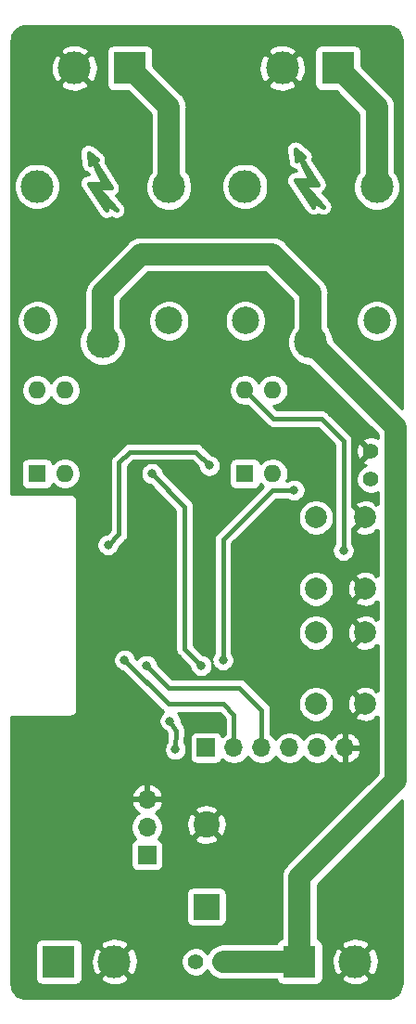
<source format=gbr>
%TF.GenerationSoftware,KiCad,Pcbnew,(5.1.6)-1*%
%TF.CreationDate,2020-08-06T11:41:01+05:30*%
%TF.ProjectId,ESP32-BLE-Relay-Control-Board,45535033-322d-4424-9c45-2d52656c6179,rev?*%
%TF.SameCoordinates,Original*%
%TF.FileFunction,Copper,L2,Bot*%
%TF.FilePolarity,Positive*%
%FSLAX46Y46*%
G04 Gerber Fmt 4.6, Leading zero omitted, Abs format (unit mm)*
G04 Created by KiCad (PCBNEW (5.1.6)-1) date 2020-08-06 11:41:01*
%MOMM*%
%LPD*%
G01*
G04 APERTURE LIST*
%TA.AperFunction,EtchedComponent*%
%ADD10C,0.381000*%
%TD*%
%TA.AperFunction,ComponentPad*%
%ADD11O,1.700000X1.700000*%
%TD*%
%TA.AperFunction,ComponentPad*%
%ADD12R,1.700000X1.700000*%
%TD*%
%TA.AperFunction,ComponentPad*%
%ADD13C,1.400000*%
%TD*%
%TA.AperFunction,ComponentPad*%
%ADD14C,3.000000*%
%TD*%
%TA.AperFunction,ComponentPad*%
%ADD15R,3.000000X3.000000*%
%TD*%
%TA.AperFunction,ComponentPad*%
%ADD16C,2.400000*%
%TD*%
%TA.AperFunction,ComponentPad*%
%ADD17R,2.400000X2.400000*%
%TD*%
%TA.AperFunction,ComponentPad*%
%ADD18C,2.000000*%
%TD*%
%TA.AperFunction,ComponentPad*%
%ADD19O,1.600000X1.600000*%
%TD*%
%TA.AperFunction,ComponentPad*%
%ADD20R,1.600000X1.600000*%
%TD*%
%TA.AperFunction,ComponentPad*%
%ADD21C,2.500000*%
%TD*%
%TA.AperFunction,ViaPad*%
%ADD22C,0.800000*%
%TD*%
%TA.AperFunction,Conductor*%
%ADD23C,0.400000*%
%TD*%
%TA.AperFunction,Conductor*%
%ADD24C,2.000000*%
%TD*%
%TA.AperFunction,Conductor*%
%ADD25C,0.254000*%
%TD*%
G04 APERTURE END LIST*
D10*
%TO.C,REF\u002A\u002A*%
X126873000Y-82451000D02*
X126746000Y-82959000D01*
X128016000Y-84737000D02*
X126873000Y-82451000D01*
X126619000Y-84737000D02*
X128016000Y-84737000D01*
X128143000Y-87023000D02*
X126619000Y-84737000D01*
X128397000Y-86642000D02*
X128270000Y-87150000D01*
X129159000Y-87150000D02*
X128397000Y-86642000D01*
X127381000Y-85118000D02*
X129159000Y-87150000D01*
X128651000Y-85118000D02*
X127381000Y-85118000D01*
X126873000Y-82324000D02*
X128651000Y-85118000D01*
X127381000Y-82578000D02*
X126873000Y-82324000D01*
X126619000Y-81943000D02*
X127381000Y-82578000D01*
X126746000Y-82959000D02*
X126619000Y-81943000D01*
X127000000Y-84864000D02*
X128270000Y-84864000D01*
X128397000Y-86769000D02*
X127000000Y-84864000D01*
X107973000Y-82751000D02*
X107846000Y-83259000D01*
X109116000Y-85037000D02*
X107973000Y-82751000D01*
X107719000Y-85037000D02*
X109116000Y-85037000D01*
X109243000Y-87323000D02*
X107719000Y-85037000D01*
X109497000Y-86942000D02*
X109370000Y-87450000D01*
X110259000Y-87450000D02*
X109497000Y-86942000D01*
X108481000Y-85418000D02*
X110259000Y-87450000D01*
X109751000Y-85418000D02*
X108481000Y-85418000D01*
X107973000Y-82624000D02*
X109751000Y-85418000D01*
X108481000Y-82878000D02*
X107973000Y-82624000D01*
X107719000Y-82243000D02*
X108481000Y-82878000D01*
X107846000Y-83259000D02*
X107719000Y-82243000D01*
X108100000Y-85164000D02*
X109370000Y-85164000D01*
X109497000Y-87069000D02*
X108100000Y-85164000D01*
%TD*%
D11*
%TO.P,J6,3*%
%TO.N,GND*%
X113050000Y-141195000D03*
%TO.P,J6,2*%
%TO.N,ADC1_7*%
X113050000Y-143735000D03*
D12*
%TO.P,J6,1*%
%TO.N,+3V3*%
X113050000Y-146275000D03*
%TD*%
D13*
%TO.P,JP2-BOOT1,2*%
%TO.N,GND*%
X133500000Y-109460000D03*
%TO.P,JP2-BOOT1,1*%
%TO.N,/IO0*%
X133500000Y-112000000D03*
%TD*%
D11*
%TO.P,J5,6*%
%TO.N,GND*%
X131160000Y-136500000D03*
%TO.P,J5,5*%
%TO.N,Net-(J5-Pad5)*%
X128620000Y-136500000D03*
%TO.P,J5,4*%
%TO.N,3V3*%
X126080000Y-136500000D03*
%TO.P,J5,3*%
%TO.N,RX0*%
X123540000Y-136500000D03*
%TO.P,J5,2*%
%TO.N,TX0*%
X121000000Y-136500000D03*
D12*
%TO.P,J5,1*%
%TO.N,Net-(J5-Pad1)*%
X118460000Y-136500000D03*
%TD*%
D13*
%TO.P,JP1,2*%
%TO.N,+5V*%
X117500000Y-156000000D03*
%TO.P,JP1,1*%
%TO.N,+12V*%
X120040000Y-156000000D03*
%TD*%
D14*
%TO.P,J4,2*%
%TO.N,GND*%
X110080000Y-156000000D03*
D15*
%TO.P,J4,1*%
%TO.N,+5V*%
X105000000Y-156000000D03*
%TD*%
D14*
%TO.P,J3,2*%
%TO.N,GND*%
X132080000Y-156000000D03*
D15*
%TO.P,J3,1*%
%TO.N,+12V*%
X127000000Y-156000000D03*
%TD*%
D14*
%TO.P,J2,2*%
%TO.N,GND*%
X106420000Y-74500000D03*
D15*
%TO.P,J2,1*%
%TO.N,Net-(D6-Pad1)*%
X111500000Y-74500000D03*
%TD*%
D14*
%TO.P,J1,2*%
%TO.N,GND*%
X125420000Y-74500000D03*
D15*
%TO.P,J1,1*%
%TO.N,Net-(D5-Pad1)*%
X130500000Y-74500000D03*
%TD*%
D16*
%TO.P,C6,2*%
%TO.N,GND*%
X118500000Y-143500000D03*
D17*
%TO.P,C6,1*%
%TO.N,+5V*%
X118500000Y-151000000D03*
%TD*%
D18*
%TO.P,BOOT1,1*%
%TO.N,/IO0*%
X128500000Y-115500000D03*
%TO.P,BOOT1,2*%
%TO.N,GND*%
X133000000Y-115500000D03*
%TO.P,BOOT1,1*%
%TO.N,/IO0*%
X128500000Y-122000000D03*
%TO.P,BOOT1,2*%
%TO.N,GND*%
X133000000Y-122000000D03*
%TD*%
%TO.P,RST1,1*%
%TO.N,/EN*%
X128500000Y-126000000D03*
%TO.P,RST1,2*%
%TO.N,GND*%
X133000000Y-126000000D03*
%TO.P,RST1,1*%
%TO.N,/EN*%
X128500000Y-132500000D03*
%TO.P,RST1,2*%
%TO.N,GND*%
X133000000Y-132500000D03*
%TD*%
D19*
%TO.P,U3,4*%
%TO.N,+5V*%
X122000000Y-103880000D03*
%TO.P,U3,2*%
%TO.N,Net-(D4-Pad2)*%
X124540000Y-111500000D03*
%TO.P,U3,3*%
%TO.N,Net-(R4-Pad2)*%
X124540000Y-103880000D03*
D20*
%TO.P,U3,1*%
%TO.N,Net-(R3-Pad1)*%
X122000000Y-111500000D03*
%TD*%
D14*
%TO.P,K2,1*%
%TO.N,+12V*%
X128000000Y-99500000D03*
D21*
%TO.P,K2,5*%
%TO.N,+5V*%
X122050000Y-97550000D03*
D14*
%TO.P,K2,4*%
%TO.N,Net-(K2-Pad4)*%
X122000000Y-85300000D03*
%TO.P,K2,3*%
%TO.N,Net-(D5-Pad1)*%
X134050000Y-85350000D03*
D21*
%TO.P,K2,2*%
%TO.N,Net-(D1-Pad2)*%
X134050000Y-97550000D03*
%TD*%
D19*
%TO.P,U2,4*%
%TO.N,+5V*%
X103000000Y-103880000D03*
%TO.P,U2,2*%
%TO.N,Net-(D2-Pad2)*%
X105540000Y-111500000D03*
%TO.P,U2,3*%
%TO.N,Net-(R5-Pad2)*%
X105540000Y-103880000D03*
D20*
%TO.P,U2,1*%
%TO.N,Net-(R1-Pad1)*%
X103000000Y-111500000D03*
%TD*%
D14*
%TO.P,K1,1*%
%TO.N,+12V*%
X109000000Y-99500000D03*
D21*
%TO.P,K1,5*%
%TO.N,+5V*%
X103050000Y-97550000D03*
D14*
%TO.P,K1,4*%
%TO.N,Net-(K1-Pad4)*%
X103000000Y-85300000D03*
%TO.P,K1,3*%
%TO.N,Net-(D6-Pad1)*%
X115050000Y-85350000D03*
D21*
%TO.P,K1,2*%
%TO.N,Net-(D3-Pad2)*%
X115050000Y-97550000D03*
%TD*%
D22*
%TO.N,+5V*%
X131000000Y-118500000D03*
%TO.N,+3V3*%
X109500000Y-118000000D03*
X118750000Y-110750000D03*
%TO.N,+12V*%
X135774990Y-136774990D03*
%TO.N,IO26*%
X126500000Y-113000000D03*
X120000000Y-128500000D03*
%TO.N,IO25*%
X118000000Y-129000000D03*
X113500000Y-111500000D03*
%TO.N,RX0*%
X113000000Y-129000000D03*
%TO.N,TX0*%
X111000000Y-128500000D03*
%TO.N,ADC1_7*%
X115650000Y-136650000D03*
X115150000Y-134050000D03*
%TD*%
D23*
%TO.N,+5V*%
X131000000Y-118500000D02*
X131000000Y-108500000D01*
X131000000Y-108500000D02*
X129000000Y-106500000D01*
X124620000Y-106500000D02*
X122000000Y-103880000D01*
X129000000Y-106500000D02*
X124620000Y-106500000D01*
%TO.N,+3V3*%
X109500000Y-118000000D02*
X110500000Y-117000000D01*
X110500000Y-117000000D02*
X110500000Y-110500000D01*
X118750000Y-110750000D02*
X117500000Y-109500000D01*
X111500000Y-109500000D02*
X110500000Y-110500000D01*
X117500000Y-109500000D02*
X111500000Y-109500000D01*
D24*
%TO.N,+12V*%
X128000000Y-99500000D02*
X128000000Y-95000000D01*
X128000000Y-95000000D02*
X124500000Y-91500000D01*
X124500000Y-91500000D02*
X112500000Y-91500000D01*
X109000000Y-95000000D02*
X109000000Y-99500000D01*
X112500000Y-91500000D02*
X109000000Y-95000000D01*
X135774990Y-107274990D02*
X128000000Y-99500000D01*
X135774990Y-136774990D02*
X135774990Y-107274990D01*
X135774990Y-139500000D02*
X135774990Y-136774990D01*
X127000000Y-156000000D02*
X127000000Y-148274990D01*
X127000000Y-148274990D02*
X135774990Y-139500000D01*
X120040000Y-156000000D02*
X127000000Y-156000000D01*
%TO.N,Net-(D5-Pad1)*%
X134050000Y-78050000D02*
X130500000Y-74500000D01*
X134050000Y-85350000D02*
X134050000Y-78050000D01*
%TO.N,Net-(D6-Pad1)*%
X115050000Y-78050000D02*
X111500000Y-74500000D01*
X115050000Y-85350000D02*
X115050000Y-78050000D01*
D23*
%TO.N,IO26*%
X126500000Y-113000000D02*
X124500000Y-113000000D01*
X124500000Y-113000000D02*
X120000000Y-117500000D01*
X120000000Y-117500000D02*
X120000000Y-128500000D01*
%TO.N,IO25*%
X116500000Y-114500000D02*
X113500000Y-111500000D01*
X118000000Y-129000000D02*
X116500000Y-127500000D01*
X116500000Y-127500000D02*
X116500000Y-114500000D01*
%TO.N,RX0*%
X113000000Y-129000000D02*
X115000000Y-131000000D01*
X115000000Y-131000000D02*
X121500000Y-131000000D01*
X123540000Y-133040000D02*
X123540000Y-136500000D01*
X121500000Y-131000000D02*
X123540000Y-133040000D01*
%TO.N,TX0*%
X121000000Y-136500000D02*
X121000000Y-133500000D01*
X121000000Y-133500000D02*
X120000000Y-132500000D01*
X115000000Y-132500000D02*
X111000000Y-128500000D01*
X120000000Y-132500000D02*
X115000000Y-132500000D01*
%TO.N,ADC1_7*%
X115700000Y-134900000D02*
X115650000Y-136650000D01*
X115150000Y-134050000D02*
X115700000Y-134900000D01*
%TD*%
D25*
%TO.N,GND*%
G36*
X135259659Y-70688625D02*
G01*
X135509429Y-70764035D01*
X135739792Y-70886522D01*
X135941980Y-71051422D01*
X136108286Y-71252450D01*
X136232378Y-71481954D01*
X136309531Y-71731195D01*
X136340000Y-72021089D01*
X136340001Y-101467572D01*
X136340000Y-101467582D01*
X136340000Y-105527761D01*
X130135000Y-99322762D01*
X130135000Y-99289721D01*
X130052953Y-98877244D01*
X129892012Y-98488698D01*
X129658363Y-98139017D01*
X129635000Y-98115654D01*
X129635000Y-97364344D01*
X132165000Y-97364344D01*
X132165000Y-97735656D01*
X132237439Y-98099834D01*
X132379534Y-98442882D01*
X132585825Y-98751618D01*
X132848382Y-99014175D01*
X133157118Y-99220466D01*
X133500166Y-99362561D01*
X133864344Y-99435000D01*
X134235656Y-99435000D01*
X134599834Y-99362561D01*
X134942882Y-99220466D01*
X135251618Y-99014175D01*
X135514175Y-98751618D01*
X135720466Y-98442882D01*
X135862561Y-98099834D01*
X135935000Y-97735656D01*
X135935000Y-97364344D01*
X135862561Y-97000166D01*
X135720466Y-96657118D01*
X135514175Y-96348382D01*
X135251618Y-96085825D01*
X134942882Y-95879534D01*
X134599834Y-95737439D01*
X134235656Y-95665000D01*
X133864344Y-95665000D01*
X133500166Y-95737439D01*
X133157118Y-95879534D01*
X132848382Y-96085825D01*
X132585825Y-96348382D01*
X132379534Y-96657118D01*
X132237439Y-97000166D01*
X132165000Y-97364344D01*
X129635000Y-97364344D01*
X129635000Y-95080319D01*
X129642911Y-94999999D01*
X129635000Y-94919678D01*
X129611343Y-94679484D01*
X129517852Y-94371285D01*
X129366031Y-94087248D01*
X129161714Y-93838286D01*
X129099319Y-93787080D01*
X125712925Y-90400687D01*
X125661714Y-90338286D01*
X125412752Y-90133969D01*
X125128715Y-89982148D01*
X124820516Y-89888657D01*
X124580322Y-89865000D01*
X124580319Y-89865000D01*
X124500000Y-89857089D01*
X124419681Y-89865000D01*
X112580319Y-89865000D01*
X112499999Y-89857089D01*
X112419680Y-89865000D01*
X112419678Y-89865000D01*
X112179484Y-89888657D01*
X111871285Y-89982148D01*
X111587248Y-90133969D01*
X111338286Y-90338286D01*
X111287080Y-90400681D01*
X107900687Y-93787075D01*
X107838286Y-93838286D01*
X107633969Y-94087249D01*
X107482148Y-94371286D01*
X107388657Y-94679485D01*
X107365000Y-94919678D01*
X107357089Y-95000000D01*
X107365000Y-95080320D01*
X107365001Y-98115653D01*
X107341637Y-98139017D01*
X107107988Y-98488698D01*
X106947047Y-98877244D01*
X106865000Y-99289721D01*
X106865000Y-99710279D01*
X106947047Y-100122756D01*
X107107988Y-100511302D01*
X107341637Y-100860983D01*
X107639017Y-101158363D01*
X107988698Y-101392012D01*
X108377244Y-101552953D01*
X108789721Y-101635000D01*
X109210279Y-101635000D01*
X109622756Y-101552953D01*
X110011302Y-101392012D01*
X110360983Y-101158363D01*
X110658363Y-100860983D01*
X110892012Y-100511302D01*
X111052953Y-100122756D01*
X111135000Y-99710279D01*
X111135000Y-99289721D01*
X111052953Y-98877244D01*
X110892012Y-98488698D01*
X110658363Y-98139017D01*
X110635000Y-98115654D01*
X110635000Y-97364344D01*
X113165000Y-97364344D01*
X113165000Y-97735656D01*
X113237439Y-98099834D01*
X113379534Y-98442882D01*
X113585825Y-98751618D01*
X113848382Y-99014175D01*
X114157118Y-99220466D01*
X114500166Y-99362561D01*
X114864344Y-99435000D01*
X115235656Y-99435000D01*
X115599834Y-99362561D01*
X115942882Y-99220466D01*
X116251618Y-99014175D01*
X116514175Y-98751618D01*
X116720466Y-98442882D01*
X116862561Y-98099834D01*
X116935000Y-97735656D01*
X116935000Y-97364344D01*
X120165000Y-97364344D01*
X120165000Y-97735656D01*
X120237439Y-98099834D01*
X120379534Y-98442882D01*
X120585825Y-98751618D01*
X120848382Y-99014175D01*
X121157118Y-99220466D01*
X121500166Y-99362561D01*
X121864344Y-99435000D01*
X122235656Y-99435000D01*
X122599834Y-99362561D01*
X122942882Y-99220466D01*
X123251618Y-99014175D01*
X123514175Y-98751618D01*
X123720466Y-98442882D01*
X123862561Y-98099834D01*
X123935000Y-97735656D01*
X123935000Y-97364344D01*
X123862561Y-97000166D01*
X123720466Y-96657118D01*
X123514175Y-96348382D01*
X123251618Y-96085825D01*
X122942882Y-95879534D01*
X122599834Y-95737439D01*
X122235656Y-95665000D01*
X121864344Y-95665000D01*
X121500166Y-95737439D01*
X121157118Y-95879534D01*
X120848382Y-96085825D01*
X120585825Y-96348382D01*
X120379534Y-96657118D01*
X120237439Y-97000166D01*
X120165000Y-97364344D01*
X116935000Y-97364344D01*
X116862561Y-97000166D01*
X116720466Y-96657118D01*
X116514175Y-96348382D01*
X116251618Y-96085825D01*
X115942882Y-95879534D01*
X115599834Y-95737439D01*
X115235656Y-95665000D01*
X114864344Y-95665000D01*
X114500166Y-95737439D01*
X114157118Y-95879534D01*
X113848382Y-96085825D01*
X113585825Y-96348382D01*
X113379534Y-96657118D01*
X113237439Y-97000166D01*
X113165000Y-97364344D01*
X110635000Y-97364344D01*
X110635000Y-95677238D01*
X113177239Y-93135000D01*
X123822762Y-93135000D01*
X126365001Y-95677240D01*
X126365000Y-98115654D01*
X126341637Y-98139017D01*
X126107988Y-98488698D01*
X125947047Y-98877244D01*
X125865000Y-99289721D01*
X125865000Y-99710279D01*
X125947047Y-100122756D01*
X126107988Y-100511302D01*
X126341637Y-100860983D01*
X126639017Y-101158363D01*
X126988698Y-101392012D01*
X127377244Y-101552953D01*
X127789721Y-101635000D01*
X127822762Y-101635000D01*
X134139991Y-107952230D01*
X134139991Y-108285331D01*
X133943758Y-108194066D01*
X133688260Y-108131817D01*
X133425527Y-108120610D01*
X133165656Y-108160875D01*
X132918634Y-108251065D01*
X132817797Y-108304963D01*
X132758336Y-108538731D01*
X133500000Y-109280395D01*
X133514143Y-109266253D01*
X133693748Y-109445858D01*
X133679605Y-109460000D01*
X133693748Y-109474143D01*
X133514143Y-109653748D01*
X133500000Y-109639605D01*
X132758336Y-110381269D01*
X132817797Y-110615037D01*
X133056242Y-110725934D01*
X133075827Y-110730706D01*
X132867641Y-110816939D01*
X132648987Y-110963038D01*
X132463038Y-111148987D01*
X132316939Y-111367641D01*
X132216304Y-111610595D01*
X132165000Y-111868514D01*
X132165000Y-112131486D01*
X132216304Y-112389405D01*
X132316939Y-112632359D01*
X132463038Y-112851013D01*
X132648987Y-113036962D01*
X132867641Y-113183061D01*
X133110595Y-113283696D01*
X133368514Y-113335000D01*
X133631486Y-113335000D01*
X133889405Y-113283696D01*
X134132359Y-113183061D01*
X134139991Y-113177962D01*
X134139991Y-114317433D01*
X134071475Y-114248917D01*
X133955807Y-114364585D01*
X133860044Y-114100186D01*
X133570429Y-113959296D01*
X133258892Y-113877616D01*
X132937405Y-113858282D01*
X132618325Y-113902039D01*
X132313912Y-114007205D01*
X132139956Y-114100186D01*
X132044192Y-114364587D01*
X133000000Y-115320395D01*
X133014143Y-115306253D01*
X133193748Y-115485858D01*
X133179605Y-115500000D01*
X133193748Y-115514143D01*
X133014143Y-115693748D01*
X133000000Y-115679605D01*
X132044192Y-116635413D01*
X132139956Y-116899814D01*
X132429571Y-117040704D01*
X132741108Y-117122384D01*
X133062595Y-117141718D01*
X133381675Y-117097961D01*
X133686088Y-116992795D01*
X133860044Y-116899814D01*
X133955807Y-116635415D01*
X134071475Y-116751083D01*
X134139991Y-116682567D01*
X134139991Y-120817433D01*
X134071475Y-120748917D01*
X133955807Y-120864585D01*
X133860044Y-120600186D01*
X133570429Y-120459296D01*
X133258892Y-120377616D01*
X132937405Y-120358282D01*
X132618325Y-120402039D01*
X132313912Y-120507205D01*
X132139956Y-120600186D01*
X132044192Y-120864587D01*
X133000000Y-121820395D01*
X133014143Y-121806253D01*
X133193748Y-121985858D01*
X133179605Y-122000000D01*
X133193748Y-122014143D01*
X133014143Y-122193748D01*
X133000000Y-122179605D01*
X132044192Y-123135413D01*
X132139956Y-123399814D01*
X132429571Y-123540704D01*
X132741108Y-123622384D01*
X133062595Y-123641718D01*
X133381675Y-123597961D01*
X133686088Y-123492795D01*
X133860044Y-123399814D01*
X133955807Y-123135415D01*
X134071475Y-123251083D01*
X134139990Y-123182568D01*
X134139990Y-124817432D01*
X134071475Y-124748917D01*
X133955807Y-124864585D01*
X133860044Y-124600186D01*
X133570429Y-124459296D01*
X133258892Y-124377616D01*
X132937405Y-124358282D01*
X132618325Y-124402039D01*
X132313912Y-124507205D01*
X132139956Y-124600186D01*
X132044192Y-124864587D01*
X133000000Y-125820395D01*
X133014143Y-125806253D01*
X133193748Y-125985858D01*
X133179605Y-126000000D01*
X133193748Y-126014143D01*
X133014143Y-126193748D01*
X133000000Y-126179605D01*
X132044192Y-127135413D01*
X132139956Y-127399814D01*
X132429571Y-127540704D01*
X132741108Y-127622384D01*
X133062595Y-127641718D01*
X133381675Y-127597961D01*
X133686088Y-127492795D01*
X133860044Y-127399814D01*
X133955807Y-127135415D01*
X134071475Y-127251083D01*
X134139990Y-127182568D01*
X134139990Y-131317432D01*
X134071475Y-131248917D01*
X133955807Y-131364585D01*
X133860044Y-131100186D01*
X133570429Y-130959296D01*
X133258892Y-130877616D01*
X132937405Y-130858282D01*
X132618325Y-130902039D01*
X132313912Y-131007205D01*
X132139956Y-131100186D01*
X132044192Y-131364587D01*
X133000000Y-132320395D01*
X133014143Y-132306253D01*
X133193748Y-132485858D01*
X133179605Y-132500000D01*
X133193748Y-132514143D01*
X133014143Y-132693748D01*
X133000000Y-132679605D01*
X132044192Y-133635413D01*
X132139956Y-133899814D01*
X132429571Y-134040704D01*
X132741108Y-134122384D01*
X133062595Y-134141718D01*
X133381675Y-134097961D01*
X133686088Y-133992795D01*
X133860044Y-133899814D01*
X133955807Y-133635415D01*
X134071475Y-133751083D01*
X134139990Y-133682568D01*
X134139990Y-136855311D01*
X134139991Y-136855321D01*
X134139990Y-138822761D01*
X125900682Y-147062070D01*
X125838287Y-147113276D01*
X125633970Y-147362238D01*
X125482148Y-147646276D01*
X125388658Y-147954474D01*
X125357089Y-148274990D01*
X125365001Y-148355319D01*
X125365000Y-153877379D01*
X125255820Y-153910498D01*
X125145506Y-153969463D01*
X125048815Y-154048815D01*
X124969463Y-154145506D01*
X124910498Y-154255820D01*
X124877379Y-154365000D01*
X119959678Y-154365000D01*
X119719484Y-154388657D01*
X119411285Y-154482148D01*
X119127248Y-154633969D01*
X118878286Y-154838286D01*
X118673969Y-155087248D01*
X118594745Y-155235466D01*
X118536962Y-155148987D01*
X118351013Y-154963038D01*
X118132359Y-154816939D01*
X117889405Y-154716304D01*
X117631486Y-154665000D01*
X117368514Y-154665000D01*
X117110595Y-154716304D01*
X116867641Y-154816939D01*
X116648987Y-154963038D01*
X116463038Y-155148987D01*
X116316939Y-155367641D01*
X116216304Y-155610595D01*
X116165000Y-155868514D01*
X116165000Y-156131486D01*
X116216304Y-156389405D01*
X116316939Y-156632359D01*
X116463038Y-156851013D01*
X116648987Y-157036962D01*
X116867641Y-157183061D01*
X117110595Y-157283696D01*
X117368514Y-157335000D01*
X117631486Y-157335000D01*
X117889405Y-157283696D01*
X118132359Y-157183061D01*
X118351013Y-157036962D01*
X118536962Y-156851013D01*
X118594745Y-156764534D01*
X118673969Y-156912752D01*
X118878286Y-157161714D01*
X119127248Y-157366031D01*
X119411285Y-157517852D01*
X119719484Y-157611343D01*
X119959678Y-157635000D01*
X124877379Y-157635000D01*
X124910498Y-157744180D01*
X124969463Y-157854494D01*
X125048815Y-157951185D01*
X125145506Y-158030537D01*
X125255820Y-158089502D01*
X125375518Y-158125812D01*
X125500000Y-158138072D01*
X128500000Y-158138072D01*
X128624482Y-158125812D01*
X128744180Y-158089502D01*
X128854494Y-158030537D01*
X128951185Y-157951185D01*
X129030537Y-157854494D01*
X129089502Y-157744180D01*
X129125812Y-157624482D01*
X129138072Y-157500000D01*
X129138072Y-157491653D01*
X130767952Y-157491653D01*
X130923962Y-157807214D01*
X131298745Y-157998020D01*
X131703551Y-158112044D01*
X132122824Y-158144902D01*
X132540451Y-158095334D01*
X132940383Y-157965243D01*
X133236038Y-157807214D01*
X133392048Y-157491653D01*
X132080000Y-156179605D01*
X130767952Y-157491653D01*
X129138072Y-157491653D01*
X129138072Y-156042824D01*
X129935098Y-156042824D01*
X129984666Y-156460451D01*
X130114757Y-156860383D01*
X130272786Y-157156038D01*
X130588347Y-157312048D01*
X131900395Y-156000000D01*
X132259605Y-156000000D01*
X133571653Y-157312048D01*
X133887214Y-157156038D01*
X134078020Y-156781255D01*
X134192044Y-156376449D01*
X134224902Y-155957176D01*
X134175334Y-155539549D01*
X134045243Y-155139617D01*
X133887214Y-154843962D01*
X133571653Y-154687952D01*
X132259605Y-156000000D01*
X131900395Y-156000000D01*
X130588347Y-154687952D01*
X130272786Y-154843962D01*
X130081980Y-155218745D01*
X129967956Y-155623551D01*
X129935098Y-156042824D01*
X129138072Y-156042824D01*
X129138072Y-154508347D01*
X130767952Y-154508347D01*
X132080000Y-155820395D01*
X133392048Y-154508347D01*
X133236038Y-154192786D01*
X132861255Y-154001980D01*
X132456449Y-153887956D01*
X132037176Y-153855098D01*
X131619549Y-153904666D01*
X131219617Y-154034757D01*
X130923962Y-154192786D01*
X130767952Y-154508347D01*
X129138072Y-154508347D01*
X129138072Y-154500000D01*
X129125812Y-154375518D01*
X129089502Y-154255820D01*
X129030537Y-154145506D01*
X128951185Y-154048815D01*
X128854494Y-153969463D01*
X128744180Y-153910498D01*
X128635000Y-153877379D01*
X128635000Y-148952228D01*
X136340001Y-141247228D01*
X136340001Y-146467581D01*
X136340000Y-157967721D01*
X136311375Y-158259660D01*
X136235965Y-158509429D01*
X136113477Y-158739794D01*
X135948579Y-158941979D01*
X135747546Y-159108288D01*
X135518046Y-159232378D01*
X135268805Y-159309531D01*
X134978911Y-159340000D01*
X102032279Y-159340000D01*
X101740340Y-159311375D01*
X101490571Y-159235965D01*
X101260206Y-159113477D01*
X101058021Y-158948579D01*
X100891712Y-158747546D01*
X100767622Y-158518046D01*
X100690469Y-158268805D01*
X100660000Y-157978911D01*
X100660000Y-154500000D01*
X102861928Y-154500000D01*
X102861928Y-157500000D01*
X102874188Y-157624482D01*
X102910498Y-157744180D01*
X102969463Y-157854494D01*
X103048815Y-157951185D01*
X103145506Y-158030537D01*
X103255820Y-158089502D01*
X103375518Y-158125812D01*
X103500000Y-158138072D01*
X106500000Y-158138072D01*
X106624482Y-158125812D01*
X106744180Y-158089502D01*
X106854494Y-158030537D01*
X106951185Y-157951185D01*
X107030537Y-157854494D01*
X107089502Y-157744180D01*
X107125812Y-157624482D01*
X107138072Y-157500000D01*
X107138072Y-157491653D01*
X108767952Y-157491653D01*
X108923962Y-157807214D01*
X109298745Y-157998020D01*
X109703551Y-158112044D01*
X110122824Y-158144902D01*
X110540451Y-158095334D01*
X110940383Y-157965243D01*
X111236038Y-157807214D01*
X111392048Y-157491653D01*
X110080000Y-156179605D01*
X108767952Y-157491653D01*
X107138072Y-157491653D01*
X107138072Y-156042824D01*
X107935098Y-156042824D01*
X107984666Y-156460451D01*
X108114757Y-156860383D01*
X108272786Y-157156038D01*
X108588347Y-157312048D01*
X109900395Y-156000000D01*
X110259605Y-156000000D01*
X111571653Y-157312048D01*
X111887214Y-157156038D01*
X112078020Y-156781255D01*
X112192044Y-156376449D01*
X112224902Y-155957176D01*
X112175334Y-155539549D01*
X112045243Y-155139617D01*
X111887214Y-154843962D01*
X111571653Y-154687952D01*
X110259605Y-156000000D01*
X109900395Y-156000000D01*
X108588347Y-154687952D01*
X108272786Y-154843962D01*
X108081980Y-155218745D01*
X107967956Y-155623551D01*
X107935098Y-156042824D01*
X107138072Y-156042824D01*
X107138072Y-154508347D01*
X108767952Y-154508347D01*
X110080000Y-155820395D01*
X111392048Y-154508347D01*
X111236038Y-154192786D01*
X110861255Y-154001980D01*
X110456449Y-153887956D01*
X110037176Y-153855098D01*
X109619549Y-153904666D01*
X109219617Y-154034757D01*
X108923962Y-154192786D01*
X108767952Y-154508347D01*
X107138072Y-154508347D01*
X107138072Y-154500000D01*
X107125812Y-154375518D01*
X107089502Y-154255820D01*
X107030537Y-154145506D01*
X106951185Y-154048815D01*
X106854494Y-153969463D01*
X106744180Y-153910498D01*
X106624482Y-153874188D01*
X106500000Y-153861928D01*
X103500000Y-153861928D01*
X103375518Y-153874188D01*
X103255820Y-153910498D01*
X103145506Y-153969463D01*
X103048815Y-154048815D01*
X102969463Y-154145506D01*
X102910498Y-154255820D01*
X102874188Y-154375518D01*
X102861928Y-154500000D01*
X100660000Y-154500000D01*
X100660000Y-149800000D01*
X116661928Y-149800000D01*
X116661928Y-152200000D01*
X116674188Y-152324482D01*
X116710498Y-152444180D01*
X116769463Y-152554494D01*
X116848815Y-152651185D01*
X116945506Y-152730537D01*
X117055820Y-152789502D01*
X117175518Y-152825812D01*
X117300000Y-152838072D01*
X119700000Y-152838072D01*
X119824482Y-152825812D01*
X119944180Y-152789502D01*
X120054494Y-152730537D01*
X120151185Y-152651185D01*
X120230537Y-152554494D01*
X120289502Y-152444180D01*
X120325812Y-152324482D01*
X120338072Y-152200000D01*
X120338072Y-149800000D01*
X120325812Y-149675518D01*
X120289502Y-149555820D01*
X120230537Y-149445506D01*
X120151185Y-149348815D01*
X120054494Y-149269463D01*
X119944180Y-149210498D01*
X119824482Y-149174188D01*
X119700000Y-149161928D01*
X117300000Y-149161928D01*
X117175518Y-149174188D01*
X117055820Y-149210498D01*
X116945506Y-149269463D01*
X116848815Y-149348815D01*
X116769463Y-149445506D01*
X116710498Y-149555820D01*
X116674188Y-149675518D01*
X116661928Y-149800000D01*
X100660000Y-149800000D01*
X100660000Y-145425000D01*
X111561928Y-145425000D01*
X111561928Y-147125000D01*
X111574188Y-147249482D01*
X111610498Y-147369180D01*
X111669463Y-147479494D01*
X111748815Y-147576185D01*
X111845506Y-147655537D01*
X111955820Y-147714502D01*
X112075518Y-147750812D01*
X112200000Y-147763072D01*
X113900000Y-147763072D01*
X114024482Y-147750812D01*
X114144180Y-147714502D01*
X114254494Y-147655537D01*
X114351185Y-147576185D01*
X114430537Y-147479494D01*
X114489502Y-147369180D01*
X114525812Y-147249482D01*
X114538072Y-147125000D01*
X114538072Y-145425000D01*
X114525812Y-145300518D01*
X114489502Y-145180820D01*
X114430537Y-145070506D01*
X114351185Y-144973815D01*
X114254494Y-144894463D01*
X114144180Y-144835498D01*
X114071620Y-144813487D01*
X114107127Y-144777980D01*
X117401626Y-144777980D01*
X117521514Y-145062836D01*
X117845210Y-145223699D01*
X118194069Y-145318322D01*
X118554684Y-145343067D01*
X118913198Y-145296985D01*
X119255833Y-145181846D01*
X119478486Y-145062836D01*
X119598374Y-144777980D01*
X118500000Y-143679605D01*
X117401626Y-144777980D01*
X114107127Y-144777980D01*
X114203475Y-144681632D01*
X114365990Y-144438411D01*
X114477932Y-144168158D01*
X114535000Y-143881260D01*
X114535000Y-143588740D01*
X114528226Y-143554684D01*
X116656933Y-143554684D01*
X116703015Y-143913198D01*
X116818154Y-144255833D01*
X116937164Y-144478486D01*
X117222020Y-144598374D01*
X118320395Y-143500000D01*
X118679605Y-143500000D01*
X119777980Y-144598374D01*
X120062836Y-144478486D01*
X120223699Y-144154790D01*
X120318322Y-143805931D01*
X120343067Y-143445316D01*
X120296985Y-143086802D01*
X120181846Y-142744167D01*
X120062836Y-142521514D01*
X119777980Y-142401626D01*
X118679605Y-143500000D01*
X118320395Y-143500000D01*
X117222020Y-142401626D01*
X116937164Y-142521514D01*
X116776301Y-142845210D01*
X116681678Y-143194069D01*
X116656933Y-143554684D01*
X114528226Y-143554684D01*
X114477932Y-143301842D01*
X114365990Y-143031589D01*
X114203475Y-142788368D01*
X113996632Y-142581525D01*
X113814466Y-142459805D01*
X113931355Y-142390178D01*
X114117910Y-142222020D01*
X117401626Y-142222020D01*
X118500000Y-143320395D01*
X119598374Y-142222020D01*
X119478486Y-141937164D01*
X119154790Y-141776301D01*
X118805931Y-141681678D01*
X118445316Y-141656933D01*
X118086802Y-141703015D01*
X117744167Y-141818154D01*
X117521514Y-141937164D01*
X117401626Y-142222020D01*
X114117910Y-142222020D01*
X114147588Y-142195269D01*
X114321641Y-141961920D01*
X114446825Y-141699099D01*
X114491476Y-141551890D01*
X114370155Y-141322000D01*
X113177000Y-141322000D01*
X113177000Y-141342000D01*
X112923000Y-141342000D01*
X112923000Y-141322000D01*
X111729845Y-141322000D01*
X111608524Y-141551890D01*
X111653175Y-141699099D01*
X111778359Y-141961920D01*
X111952412Y-142195269D01*
X112168645Y-142390178D01*
X112285534Y-142459805D01*
X112103368Y-142581525D01*
X111896525Y-142788368D01*
X111734010Y-143031589D01*
X111622068Y-143301842D01*
X111565000Y-143588740D01*
X111565000Y-143881260D01*
X111622068Y-144168158D01*
X111734010Y-144438411D01*
X111896525Y-144681632D01*
X112028380Y-144813487D01*
X111955820Y-144835498D01*
X111845506Y-144894463D01*
X111748815Y-144973815D01*
X111669463Y-145070506D01*
X111610498Y-145180820D01*
X111574188Y-145300518D01*
X111561928Y-145425000D01*
X100660000Y-145425000D01*
X100660000Y-140838110D01*
X111608524Y-140838110D01*
X111729845Y-141068000D01*
X112923000Y-141068000D01*
X112923000Y-139874186D01*
X113177000Y-139874186D01*
X113177000Y-141068000D01*
X114370155Y-141068000D01*
X114491476Y-140838110D01*
X114446825Y-140690901D01*
X114321641Y-140428080D01*
X114147588Y-140194731D01*
X113931355Y-139999822D01*
X113681252Y-139850843D01*
X113406891Y-139753519D01*
X113177000Y-139874186D01*
X112923000Y-139874186D01*
X112693109Y-139753519D01*
X112418748Y-139850843D01*
X112168645Y-139999822D01*
X111952412Y-140194731D01*
X111778359Y-140428080D01*
X111653175Y-140690901D01*
X111608524Y-140838110D01*
X100660000Y-140838110D01*
X100660000Y-133660000D01*
X105967581Y-133660000D01*
X106000000Y-133663193D01*
X106032419Y-133660000D01*
X106129383Y-133650450D01*
X106253793Y-133612710D01*
X106368450Y-133551425D01*
X106468948Y-133468948D01*
X106551425Y-133368450D01*
X106612710Y-133253793D01*
X106650450Y-133129383D01*
X106663193Y-133000000D01*
X106660000Y-132967581D01*
X106660000Y-128398061D01*
X109965000Y-128398061D01*
X109965000Y-128601939D01*
X110004774Y-128801898D01*
X110082795Y-128990256D01*
X110196063Y-129159774D01*
X110340226Y-129303937D01*
X110509744Y-129417205D01*
X110698102Y-129495226D01*
X110843226Y-129524093D01*
X114380559Y-133061427D01*
X114406709Y-133093291D01*
X114533854Y-133197636D01*
X114549881Y-133206203D01*
X114490226Y-133246063D01*
X114346063Y-133390226D01*
X114232795Y-133559744D01*
X114154774Y-133748102D01*
X114115000Y-133948061D01*
X114115000Y-134151939D01*
X114154774Y-134351898D01*
X114232795Y-134540256D01*
X114346063Y-134709774D01*
X114490226Y-134853937D01*
X114659744Y-134967205D01*
X114781586Y-135017674D01*
X114857927Y-135135656D01*
X114832950Y-136009851D01*
X114732795Y-136159744D01*
X114654774Y-136348102D01*
X114615000Y-136548061D01*
X114615000Y-136751939D01*
X114654774Y-136951898D01*
X114732795Y-137140256D01*
X114846063Y-137309774D01*
X114990226Y-137453937D01*
X115159744Y-137567205D01*
X115348102Y-137645226D01*
X115548061Y-137685000D01*
X115751939Y-137685000D01*
X115951898Y-137645226D01*
X116140256Y-137567205D01*
X116309774Y-137453937D01*
X116453937Y-137309774D01*
X116567205Y-137140256D01*
X116645226Y-136951898D01*
X116685000Y-136751939D01*
X116685000Y-136548061D01*
X116645226Y-136348102D01*
X116567205Y-136159744D01*
X116502130Y-136062352D01*
X116533652Y-134959072D01*
X116538948Y-134912370D01*
X116532574Y-134836144D01*
X116527257Y-134759881D01*
X116525727Y-134754266D01*
X116525242Y-134748462D01*
X116504118Y-134674940D01*
X116484025Y-134601183D01*
X116481429Y-134595974D01*
X116479821Y-134590377D01*
X116444762Y-134522394D01*
X116410664Y-134453969D01*
X116381900Y-134416805D01*
X116185000Y-134112504D01*
X116185000Y-133948061D01*
X116145226Y-133748102D01*
X116067205Y-133559744D01*
X115953937Y-133390226D01*
X115898711Y-133335000D01*
X119654132Y-133335000D01*
X120165001Y-133845869D01*
X120165000Y-135271935D01*
X120053368Y-135346525D01*
X119921513Y-135478380D01*
X119899502Y-135405820D01*
X119840537Y-135295506D01*
X119761185Y-135198815D01*
X119664494Y-135119463D01*
X119554180Y-135060498D01*
X119434482Y-135024188D01*
X119310000Y-135011928D01*
X117610000Y-135011928D01*
X117485518Y-135024188D01*
X117365820Y-135060498D01*
X117255506Y-135119463D01*
X117158815Y-135198815D01*
X117079463Y-135295506D01*
X117020498Y-135405820D01*
X116984188Y-135525518D01*
X116971928Y-135650000D01*
X116971928Y-137350000D01*
X116984188Y-137474482D01*
X117020498Y-137594180D01*
X117079463Y-137704494D01*
X117158815Y-137801185D01*
X117255506Y-137880537D01*
X117365820Y-137939502D01*
X117485518Y-137975812D01*
X117610000Y-137988072D01*
X119310000Y-137988072D01*
X119434482Y-137975812D01*
X119554180Y-137939502D01*
X119664494Y-137880537D01*
X119761185Y-137801185D01*
X119840537Y-137704494D01*
X119899502Y-137594180D01*
X119921513Y-137521620D01*
X120053368Y-137653475D01*
X120296589Y-137815990D01*
X120566842Y-137927932D01*
X120853740Y-137985000D01*
X121146260Y-137985000D01*
X121433158Y-137927932D01*
X121703411Y-137815990D01*
X121946632Y-137653475D01*
X122153475Y-137446632D01*
X122270000Y-137272240D01*
X122386525Y-137446632D01*
X122593368Y-137653475D01*
X122836589Y-137815990D01*
X123106842Y-137927932D01*
X123393740Y-137985000D01*
X123686260Y-137985000D01*
X123973158Y-137927932D01*
X124243411Y-137815990D01*
X124486632Y-137653475D01*
X124693475Y-137446632D01*
X124810000Y-137272240D01*
X124926525Y-137446632D01*
X125133368Y-137653475D01*
X125376589Y-137815990D01*
X125646842Y-137927932D01*
X125933740Y-137985000D01*
X126226260Y-137985000D01*
X126513158Y-137927932D01*
X126783411Y-137815990D01*
X127026632Y-137653475D01*
X127233475Y-137446632D01*
X127350000Y-137272240D01*
X127466525Y-137446632D01*
X127673368Y-137653475D01*
X127916589Y-137815990D01*
X128186842Y-137927932D01*
X128473740Y-137985000D01*
X128766260Y-137985000D01*
X129053158Y-137927932D01*
X129323411Y-137815990D01*
X129566632Y-137653475D01*
X129773475Y-137446632D01*
X129895195Y-137264466D01*
X129964822Y-137381355D01*
X130159731Y-137597588D01*
X130393080Y-137771641D01*
X130655901Y-137896825D01*
X130803110Y-137941476D01*
X131033000Y-137820155D01*
X131033000Y-136627000D01*
X131287000Y-136627000D01*
X131287000Y-137820155D01*
X131516890Y-137941476D01*
X131664099Y-137896825D01*
X131926920Y-137771641D01*
X132160269Y-137597588D01*
X132355178Y-137381355D01*
X132504157Y-137131252D01*
X132601481Y-136856891D01*
X132480814Y-136627000D01*
X131287000Y-136627000D01*
X131033000Y-136627000D01*
X131013000Y-136627000D01*
X131013000Y-136373000D01*
X131033000Y-136373000D01*
X131033000Y-135179845D01*
X131287000Y-135179845D01*
X131287000Y-136373000D01*
X132480814Y-136373000D01*
X132601481Y-136143109D01*
X132504157Y-135868748D01*
X132355178Y-135618645D01*
X132160269Y-135402412D01*
X131926920Y-135228359D01*
X131664099Y-135103175D01*
X131516890Y-135058524D01*
X131287000Y-135179845D01*
X131033000Y-135179845D01*
X130803110Y-135058524D01*
X130655901Y-135103175D01*
X130393080Y-135228359D01*
X130159731Y-135402412D01*
X129964822Y-135618645D01*
X129895195Y-135735534D01*
X129773475Y-135553368D01*
X129566632Y-135346525D01*
X129323411Y-135184010D01*
X129053158Y-135072068D01*
X128766260Y-135015000D01*
X128473740Y-135015000D01*
X128186842Y-135072068D01*
X127916589Y-135184010D01*
X127673368Y-135346525D01*
X127466525Y-135553368D01*
X127350000Y-135727760D01*
X127233475Y-135553368D01*
X127026632Y-135346525D01*
X126783411Y-135184010D01*
X126513158Y-135072068D01*
X126226260Y-135015000D01*
X125933740Y-135015000D01*
X125646842Y-135072068D01*
X125376589Y-135184010D01*
X125133368Y-135346525D01*
X124926525Y-135553368D01*
X124810000Y-135727760D01*
X124693475Y-135553368D01*
X124486632Y-135346525D01*
X124375000Y-135271935D01*
X124375000Y-133081018D01*
X124379040Y-133040000D01*
X124362918Y-132876312D01*
X124361191Y-132870617D01*
X124315172Y-132718913D01*
X124237636Y-132573854D01*
X124228396Y-132562595D01*
X124159439Y-132478570D01*
X124159437Y-132478568D01*
X124133291Y-132446709D01*
X124101433Y-132420564D01*
X124019836Y-132338967D01*
X126865000Y-132338967D01*
X126865000Y-132661033D01*
X126927832Y-132976912D01*
X127051082Y-133274463D01*
X127230013Y-133542252D01*
X127457748Y-133769987D01*
X127725537Y-133948918D01*
X128023088Y-134072168D01*
X128338967Y-134135000D01*
X128661033Y-134135000D01*
X128976912Y-134072168D01*
X129274463Y-133948918D01*
X129542252Y-133769987D01*
X129769987Y-133542252D01*
X129948918Y-133274463D01*
X130072168Y-132976912D01*
X130135000Y-132661033D01*
X130135000Y-132562595D01*
X131358282Y-132562595D01*
X131402039Y-132881675D01*
X131507205Y-133186088D01*
X131600186Y-133360044D01*
X131864587Y-133455808D01*
X132820395Y-132500000D01*
X131864587Y-131544192D01*
X131600186Y-131639956D01*
X131459296Y-131929571D01*
X131377616Y-132241108D01*
X131358282Y-132562595D01*
X130135000Y-132562595D01*
X130135000Y-132338967D01*
X130072168Y-132023088D01*
X129948918Y-131725537D01*
X129769987Y-131457748D01*
X129542252Y-131230013D01*
X129274463Y-131051082D01*
X128976912Y-130927832D01*
X128661033Y-130865000D01*
X128338967Y-130865000D01*
X128023088Y-130927832D01*
X127725537Y-131051082D01*
X127457748Y-131230013D01*
X127230013Y-131457748D01*
X127051082Y-131725537D01*
X126927832Y-132023088D01*
X126865000Y-132338967D01*
X124019836Y-132338967D01*
X122119446Y-130438579D01*
X122093291Y-130406709D01*
X121966146Y-130302364D01*
X121821087Y-130224828D01*
X121663689Y-130177082D01*
X121541019Y-130165000D01*
X121541018Y-130165000D01*
X121500000Y-130160960D01*
X121458982Y-130165000D01*
X115345868Y-130165000D01*
X114024093Y-128843225D01*
X113995226Y-128698102D01*
X113917205Y-128509744D01*
X113803937Y-128340226D01*
X113659774Y-128196063D01*
X113490256Y-128082795D01*
X113301898Y-128004774D01*
X113101939Y-127965000D01*
X112898061Y-127965000D01*
X112698102Y-128004774D01*
X112509744Y-128082795D01*
X112340226Y-128196063D01*
X112196063Y-128340226D01*
X112125980Y-128445113D01*
X112024093Y-128343226D01*
X111995226Y-128198102D01*
X111917205Y-128009744D01*
X111803937Y-127840226D01*
X111659774Y-127696063D01*
X111490256Y-127582795D01*
X111301898Y-127504774D01*
X111101939Y-127465000D01*
X110898061Y-127465000D01*
X110698102Y-127504774D01*
X110509744Y-127582795D01*
X110340226Y-127696063D01*
X110196063Y-127840226D01*
X110082795Y-128009744D01*
X110004774Y-128198102D01*
X109965000Y-128398061D01*
X106660000Y-128398061D01*
X106660000Y-117898061D01*
X108465000Y-117898061D01*
X108465000Y-118101939D01*
X108504774Y-118301898D01*
X108582795Y-118490256D01*
X108696063Y-118659774D01*
X108840226Y-118803937D01*
X109009744Y-118917205D01*
X109198102Y-118995226D01*
X109398061Y-119035000D01*
X109601939Y-119035000D01*
X109801898Y-118995226D01*
X109990256Y-118917205D01*
X110159774Y-118803937D01*
X110303937Y-118659774D01*
X110417205Y-118490256D01*
X110495226Y-118301898D01*
X110524092Y-118156775D01*
X111061433Y-117619436D01*
X111093291Y-117593291D01*
X111197636Y-117466146D01*
X111275172Y-117321087D01*
X111322918Y-117163689D01*
X111335000Y-117041019D01*
X111335000Y-117041018D01*
X111339040Y-117000000D01*
X111335000Y-116958982D01*
X111335000Y-111398061D01*
X112465000Y-111398061D01*
X112465000Y-111601939D01*
X112504774Y-111801898D01*
X112582795Y-111990256D01*
X112696063Y-112159774D01*
X112840226Y-112303937D01*
X113009744Y-112417205D01*
X113198102Y-112495226D01*
X113343225Y-112524093D01*
X115665001Y-114845870D01*
X115665000Y-127458981D01*
X115660960Y-127500000D01*
X115665000Y-127541018D01*
X115677082Y-127663688D01*
X115724828Y-127821086D01*
X115802364Y-127966145D01*
X115906709Y-128093291D01*
X115938579Y-128119446D01*
X116975908Y-129156775D01*
X117004774Y-129301898D01*
X117082795Y-129490256D01*
X117196063Y-129659774D01*
X117340226Y-129803937D01*
X117509744Y-129917205D01*
X117698102Y-129995226D01*
X117898061Y-130035000D01*
X118101939Y-130035000D01*
X118301898Y-129995226D01*
X118490256Y-129917205D01*
X118659774Y-129803937D01*
X118803937Y-129659774D01*
X118917205Y-129490256D01*
X118995226Y-129301898D01*
X119035000Y-129101939D01*
X119035000Y-128898061D01*
X119026125Y-128853444D01*
X119082795Y-128990256D01*
X119196063Y-129159774D01*
X119340226Y-129303937D01*
X119509744Y-129417205D01*
X119698102Y-129495226D01*
X119898061Y-129535000D01*
X120101939Y-129535000D01*
X120301898Y-129495226D01*
X120490256Y-129417205D01*
X120659774Y-129303937D01*
X120803937Y-129159774D01*
X120917205Y-128990256D01*
X120995226Y-128801898D01*
X121035000Y-128601939D01*
X121035000Y-128398061D01*
X120995226Y-128198102D01*
X120917205Y-128009744D01*
X120835000Y-127886715D01*
X120835000Y-125838967D01*
X126865000Y-125838967D01*
X126865000Y-126161033D01*
X126927832Y-126476912D01*
X127051082Y-126774463D01*
X127230013Y-127042252D01*
X127457748Y-127269987D01*
X127725537Y-127448918D01*
X128023088Y-127572168D01*
X128338967Y-127635000D01*
X128661033Y-127635000D01*
X128976912Y-127572168D01*
X129274463Y-127448918D01*
X129542252Y-127269987D01*
X129769987Y-127042252D01*
X129948918Y-126774463D01*
X130072168Y-126476912D01*
X130135000Y-126161033D01*
X130135000Y-126062595D01*
X131358282Y-126062595D01*
X131402039Y-126381675D01*
X131507205Y-126686088D01*
X131600186Y-126860044D01*
X131864587Y-126955808D01*
X132820395Y-126000000D01*
X131864587Y-125044192D01*
X131600186Y-125139956D01*
X131459296Y-125429571D01*
X131377616Y-125741108D01*
X131358282Y-126062595D01*
X130135000Y-126062595D01*
X130135000Y-125838967D01*
X130072168Y-125523088D01*
X129948918Y-125225537D01*
X129769987Y-124957748D01*
X129542252Y-124730013D01*
X129274463Y-124551082D01*
X128976912Y-124427832D01*
X128661033Y-124365000D01*
X128338967Y-124365000D01*
X128023088Y-124427832D01*
X127725537Y-124551082D01*
X127457748Y-124730013D01*
X127230013Y-124957748D01*
X127051082Y-125225537D01*
X126927832Y-125523088D01*
X126865000Y-125838967D01*
X120835000Y-125838967D01*
X120835000Y-121838967D01*
X126865000Y-121838967D01*
X126865000Y-122161033D01*
X126927832Y-122476912D01*
X127051082Y-122774463D01*
X127230013Y-123042252D01*
X127457748Y-123269987D01*
X127725537Y-123448918D01*
X128023088Y-123572168D01*
X128338967Y-123635000D01*
X128661033Y-123635000D01*
X128976912Y-123572168D01*
X129274463Y-123448918D01*
X129542252Y-123269987D01*
X129769987Y-123042252D01*
X129948918Y-122774463D01*
X130072168Y-122476912D01*
X130135000Y-122161033D01*
X130135000Y-122062595D01*
X131358282Y-122062595D01*
X131402039Y-122381675D01*
X131507205Y-122686088D01*
X131600186Y-122860044D01*
X131864587Y-122955808D01*
X132820395Y-122000000D01*
X131864587Y-121044192D01*
X131600186Y-121139956D01*
X131459296Y-121429571D01*
X131377616Y-121741108D01*
X131358282Y-122062595D01*
X130135000Y-122062595D01*
X130135000Y-121838967D01*
X130072168Y-121523088D01*
X129948918Y-121225537D01*
X129769987Y-120957748D01*
X129542252Y-120730013D01*
X129274463Y-120551082D01*
X128976912Y-120427832D01*
X128661033Y-120365000D01*
X128338967Y-120365000D01*
X128023088Y-120427832D01*
X127725537Y-120551082D01*
X127457748Y-120730013D01*
X127230013Y-120957748D01*
X127051082Y-121225537D01*
X126927832Y-121523088D01*
X126865000Y-121838967D01*
X120835000Y-121838967D01*
X120835000Y-117845867D01*
X123341900Y-115338967D01*
X126865000Y-115338967D01*
X126865000Y-115661033D01*
X126927832Y-115976912D01*
X127051082Y-116274463D01*
X127230013Y-116542252D01*
X127457748Y-116769987D01*
X127725537Y-116948918D01*
X128023088Y-117072168D01*
X128338967Y-117135000D01*
X128661033Y-117135000D01*
X128976912Y-117072168D01*
X129274463Y-116948918D01*
X129542252Y-116769987D01*
X129769987Y-116542252D01*
X129948918Y-116274463D01*
X130072168Y-115976912D01*
X130135000Y-115661033D01*
X130135000Y-115338967D01*
X130072168Y-115023088D01*
X129948918Y-114725537D01*
X129769987Y-114457748D01*
X129542252Y-114230013D01*
X129274463Y-114051082D01*
X128976912Y-113927832D01*
X128661033Y-113865000D01*
X128338967Y-113865000D01*
X128023088Y-113927832D01*
X127725537Y-114051082D01*
X127457748Y-114230013D01*
X127230013Y-114457748D01*
X127051082Y-114725537D01*
X126927832Y-115023088D01*
X126865000Y-115338967D01*
X123341900Y-115338967D01*
X124845868Y-113835000D01*
X125886715Y-113835000D01*
X126009744Y-113917205D01*
X126198102Y-113995226D01*
X126398061Y-114035000D01*
X126601939Y-114035000D01*
X126801898Y-113995226D01*
X126990256Y-113917205D01*
X127159774Y-113803937D01*
X127303937Y-113659774D01*
X127417205Y-113490256D01*
X127495226Y-113301898D01*
X127535000Y-113101939D01*
X127535000Y-112898061D01*
X127495226Y-112698102D01*
X127417205Y-112509744D01*
X127303937Y-112340226D01*
X127159774Y-112196063D01*
X126990256Y-112082795D01*
X126801898Y-112004774D01*
X126601939Y-111965000D01*
X126398061Y-111965000D01*
X126198102Y-112004774D01*
X126009744Y-112082795D01*
X125886715Y-112165000D01*
X125817780Y-112165000D01*
X125919853Y-111918574D01*
X125975000Y-111641335D01*
X125975000Y-111358665D01*
X125919853Y-111081426D01*
X125811680Y-110820273D01*
X125654637Y-110585241D01*
X125454759Y-110385363D01*
X125219727Y-110228320D01*
X124958574Y-110120147D01*
X124681335Y-110065000D01*
X124398665Y-110065000D01*
X124121426Y-110120147D01*
X123860273Y-110228320D01*
X123625241Y-110385363D01*
X123426643Y-110583961D01*
X123425812Y-110575518D01*
X123389502Y-110455820D01*
X123330537Y-110345506D01*
X123251185Y-110248815D01*
X123154494Y-110169463D01*
X123044180Y-110110498D01*
X122924482Y-110074188D01*
X122800000Y-110061928D01*
X121200000Y-110061928D01*
X121075518Y-110074188D01*
X120955820Y-110110498D01*
X120845506Y-110169463D01*
X120748815Y-110248815D01*
X120669463Y-110345506D01*
X120610498Y-110455820D01*
X120574188Y-110575518D01*
X120561928Y-110700000D01*
X120561928Y-112300000D01*
X120574188Y-112424482D01*
X120610498Y-112544180D01*
X120669463Y-112654494D01*
X120748815Y-112751185D01*
X120845506Y-112830537D01*
X120955820Y-112889502D01*
X121075518Y-112925812D01*
X121200000Y-112938072D01*
X122800000Y-112938072D01*
X122924482Y-112925812D01*
X123044180Y-112889502D01*
X123154494Y-112830537D01*
X123251185Y-112751185D01*
X123330537Y-112654494D01*
X123389502Y-112544180D01*
X123425812Y-112424482D01*
X123426643Y-112416039D01*
X123625241Y-112614637D01*
X123672750Y-112646382D01*
X119438579Y-116880554D01*
X119406709Y-116906709D01*
X119336061Y-116992795D01*
X119302364Y-117033855D01*
X119224828Y-117178914D01*
X119177082Y-117336312D01*
X119160960Y-117500000D01*
X119165000Y-117541019D01*
X119165001Y-127886714D01*
X119082795Y-128009744D01*
X119004774Y-128198102D01*
X118965000Y-128398061D01*
X118965000Y-128601939D01*
X118973875Y-128646556D01*
X118917205Y-128509744D01*
X118803937Y-128340226D01*
X118659774Y-128196063D01*
X118490256Y-128082795D01*
X118301898Y-128004774D01*
X118156775Y-127975908D01*
X117335000Y-127154133D01*
X117335000Y-114541018D01*
X117339040Y-114500000D01*
X117322918Y-114336312D01*
X117297887Y-114253793D01*
X117275172Y-114178913D01*
X117197636Y-114033854D01*
X117165935Y-113995226D01*
X117119439Y-113938570D01*
X117119437Y-113938568D01*
X117093291Y-113906709D01*
X117061432Y-113880563D01*
X114524093Y-111343225D01*
X114495226Y-111198102D01*
X114417205Y-111009744D01*
X114303937Y-110840226D01*
X114159774Y-110696063D01*
X113990256Y-110582795D01*
X113801898Y-110504774D01*
X113601939Y-110465000D01*
X113398061Y-110465000D01*
X113198102Y-110504774D01*
X113009744Y-110582795D01*
X112840226Y-110696063D01*
X112696063Y-110840226D01*
X112582795Y-111009744D01*
X112504774Y-111198102D01*
X112465000Y-111398061D01*
X111335000Y-111398061D01*
X111335000Y-110845868D01*
X111845868Y-110335000D01*
X117154133Y-110335000D01*
X117725908Y-110906776D01*
X117754774Y-111051898D01*
X117832795Y-111240256D01*
X117946063Y-111409774D01*
X118090226Y-111553937D01*
X118259744Y-111667205D01*
X118448102Y-111745226D01*
X118648061Y-111785000D01*
X118851939Y-111785000D01*
X119051898Y-111745226D01*
X119240256Y-111667205D01*
X119409774Y-111553937D01*
X119553937Y-111409774D01*
X119667205Y-111240256D01*
X119745226Y-111051898D01*
X119785000Y-110851939D01*
X119785000Y-110648061D01*
X119745226Y-110448102D01*
X119667205Y-110259744D01*
X119553937Y-110090226D01*
X119409774Y-109946063D01*
X119240256Y-109832795D01*
X119051898Y-109754774D01*
X118906776Y-109725908D01*
X118119445Y-108938578D01*
X118093291Y-108906709D01*
X117966146Y-108802364D01*
X117821087Y-108724828D01*
X117663689Y-108677082D01*
X117541019Y-108665000D01*
X117541018Y-108665000D01*
X117500000Y-108660960D01*
X117458982Y-108665000D01*
X111541018Y-108665000D01*
X111500000Y-108660960D01*
X111458982Y-108665000D01*
X111458981Y-108665000D01*
X111336311Y-108677082D01*
X111178913Y-108724828D01*
X111033854Y-108802364D01*
X110970023Y-108854749D01*
X110940919Y-108878634D01*
X110906709Y-108906709D01*
X110880563Y-108938568D01*
X109938574Y-109880559D01*
X109906710Y-109906709D01*
X109825907Y-110005168D01*
X109802364Y-110033855D01*
X109724828Y-110178914D01*
X109677082Y-110336312D01*
X109660960Y-110500000D01*
X109665001Y-110541028D01*
X109665000Y-116654131D01*
X109343225Y-116975908D01*
X109198102Y-117004774D01*
X109009744Y-117082795D01*
X108840226Y-117196063D01*
X108696063Y-117340226D01*
X108582795Y-117509744D01*
X108504774Y-117698102D01*
X108465000Y-117898061D01*
X106660000Y-117898061D01*
X106660000Y-114032419D01*
X106663193Y-114000000D01*
X106650450Y-113870617D01*
X106612710Y-113746207D01*
X106551425Y-113631550D01*
X106468948Y-113531052D01*
X106368450Y-113448575D01*
X106253793Y-113387290D01*
X106129383Y-113349550D01*
X106032419Y-113340000D01*
X106000000Y-113336807D01*
X105967581Y-113340000D01*
X100660000Y-113340000D01*
X100660000Y-110700000D01*
X101561928Y-110700000D01*
X101561928Y-112300000D01*
X101574188Y-112424482D01*
X101610498Y-112544180D01*
X101669463Y-112654494D01*
X101748815Y-112751185D01*
X101845506Y-112830537D01*
X101955820Y-112889502D01*
X102075518Y-112925812D01*
X102200000Y-112938072D01*
X103800000Y-112938072D01*
X103924482Y-112925812D01*
X104044180Y-112889502D01*
X104154494Y-112830537D01*
X104251185Y-112751185D01*
X104330537Y-112654494D01*
X104389502Y-112544180D01*
X104425812Y-112424482D01*
X104426643Y-112416039D01*
X104625241Y-112614637D01*
X104860273Y-112771680D01*
X105121426Y-112879853D01*
X105398665Y-112935000D01*
X105681335Y-112935000D01*
X105958574Y-112879853D01*
X106219727Y-112771680D01*
X106454759Y-112614637D01*
X106654637Y-112414759D01*
X106811680Y-112179727D01*
X106919853Y-111918574D01*
X106975000Y-111641335D01*
X106975000Y-111358665D01*
X106919853Y-111081426D01*
X106811680Y-110820273D01*
X106654637Y-110585241D01*
X106454759Y-110385363D01*
X106219727Y-110228320D01*
X105958574Y-110120147D01*
X105681335Y-110065000D01*
X105398665Y-110065000D01*
X105121426Y-110120147D01*
X104860273Y-110228320D01*
X104625241Y-110385363D01*
X104426643Y-110583961D01*
X104425812Y-110575518D01*
X104389502Y-110455820D01*
X104330537Y-110345506D01*
X104251185Y-110248815D01*
X104154494Y-110169463D01*
X104044180Y-110110498D01*
X103924482Y-110074188D01*
X103800000Y-110061928D01*
X102200000Y-110061928D01*
X102075518Y-110074188D01*
X101955820Y-110110498D01*
X101845506Y-110169463D01*
X101748815Y-110248815D01*
X101669463Y-110345506D01*
X101610498Y-110455820D01*
X101574188Y-110575518D01*
X101561928Y-110700000D01*
X100660000Y-110700000D01*
X100660000Y-103738665D01*
X101565000Y-103738665D01*
X101565000Y-104021335D01*
X101620147Y-104298574D01*
X101728320Y-104559727D01*
X101885363Y-104794759D01*
X102085241Y-104994637D01*
X102320273Y-105151680D01*
X102581426Y-105259853D01*
X102858665Y-105315000D01*
X103141335Y-105315000D01*
X103418574Y-105259853D01*
X103679727Y-105151680D01*
X103914759Y-104994637D01*
X104114637Y-104794759D01*
X104270000Y-104562241D01*
X104425363Y-104794759D01*
X104625241Y-104994637D01*
X104860273Y-105151680D01*
X105121426Y-105259853D01*
X105398665Y-105315000D01*
X105681335Y-105315000D01*
X105958574Y-105259853D01*
X106219727Y-105151680D01*
X106454759Y-104994637D01*
X106654637Y-104794759D01*
X106811680Y-104559727D01*
X106919853Y-104298574D01*
X106975000Y-104021335D01*
X106975000Y-103738665D01*
X120565000Y-103738665D01*
X120565000Y-104021335D01*
X120620147Y-104298574D01*
X120728320Y-104559727D01*
X120885363Y-104794759D01*
X121085241Y-104994637D01*
X121320273Y-105151680D01*
X121581426Y-105259853D01*
X121858665Y-105315000D01*
X122141335Y-105315000D01*
X122235418Y-105296286D01*
X124000563Y-107061432D01*
X124026709Y-107093291D01*
X124153854Y-107197636D01*
X124298913Y-107275172D01*
X124456311Y-107322918D01*
X124578981Y-107335000D01*
X124578982Y-107335000D01*
X124620000Y-107339040D01*
X124661018Y-107335000D01*
X128654133Y-107335000D01*
X130165001Y-108845869D01*
X130165000Y-117886715D01*
X130082795Y-118009744D01*
X130004774Y-118198102D01*
X129965000Y-118398061D01*
X129965000Y-118601939D01*
X130004774Y-118801898D01*
X130082795Y-118990256D01*
X130196063Y-119159774D01*
X130340226Y-119303937D01*
X130509744Y-119417205D01*
X130698102Y-119495226D01*
X130898061Y-119535000D01*
X131101939Y-119535000D01*
X131301898Y-119495226D01*
X131490256Y-119417205D01*
X131659774Y-119303937D01*
X131803937Y-119159774D01*
X131917205Y-118990256D01*
X131995226Y-118801898D01*
X132035000Y-118601939D01*
X132035000Y-118398061D01*
X131995226Y-118198102D01*
X131917205Y-118009744D01*
X131835000Y-117886715D01*
X131835000Y-116445092D01*
X131864587Y-116455808D01*
X132820395Y-115500000D01*
X131864587Y-114544192D01*
X131835000Y-114554908D01*
X131835000Y-109534473D01*
X132160610Y-109534473D01*
X132200875Y-109794344D01*
X132291065Y-110041366D01*
X132344963Y-110142203D01*
X132578731Y-110201664D01*
X133320395Y-109460000D01*
X132578731Y-108718336D01*
X132344963Y-108777797D01*
X132234066Y-109016242D01*
X132171817Y-109271740D01*
X132160610Y-109534473D01*
X131835000Y-109534473D01*
X131835000Y-108541018D01*
X131839040Y-108499999D01*
X131822918Y-108336311D01*
X131775172Y-108178913D01*
X131697636Y-108033854D01*
X131593291Y-107906709D01*
X131561427Y-107880559D01*
X129619446Y-105938579D01*
X129593291Y-105906709D01*
X129466146Y-105802364D01*
X129321087Y-105724828D01*
X129163689Y-105677082D01*
X129041019Y-105665000D01*
X129041018Y-105665000D01*
X129000000Y-105660960D01*
X128958982Y-105665000D01*
X124965869Y-105665000D01*
X124615869Y-105315000D01*
X124681335Y-105315000D01*
X124958574Y-105259853D01*
X125219727Y-105151680D01*
X125454759Y-104994637D01*
X125654637Y-104794759D01*
X125811680Y-104559727D01*
X125919853Y-104298574D01*
X125975000Y-104021335D01*
X125975000Y-103738665D01*
X125919853Y-103461426D01*
X125811680Y-103200273D01*
X125654637Y-102965241D01*
X125454759Y-102765363D01*
X125219727Y-102608320D01*
X124958574Y-102500147D01*
X124681335Y-102445000D01*
X124398665Y-102445000D01*
X124121426Y-102500147D01*
X123860273Y-102608320D01*
X123625241Y-102765363D01*
X123425363Y-102965241D01*
X123270000Y-103197759D01*
X123114637Y-102965241D01*
X122914759Y-102765363D01*
X122679727Y-102608320D01*
X122418574Y-102500147D01*
X122141335Y-102445000D01*
X121858665Y-102445000D01*
X121581426Y-102500147D01*
X121320273Y-102608320D01*
X121085241Y-102765363D01*
X120885363Y-102965241D01*
X120728320Y-103200273D01*
X120620147Y-103461426D01*
X120565000Y-103738665D01*
X106975000Y-103738665D01*
X106919853Y-103461426D01*
X106811680Y-103200273D01*
X106654637Y-102965241D01*
X106454759Y-102765363D01*
X106219727Y-102608320D01*
X105958574Y-102500147D01*
X105681335Y-102445000D01*
X105398665Y-102445000D01*
X105121426Y-102500147D01*
X104860273Y-102608320D01*
X104625241Y-102765363D01*
X104425363Y-102965241D01*
X104270000Y-103197759D01*
X104114637Y-102965241D01*
X103914759Y-102765363D01*
X103679727Y-102608320D01*
X103418574Y-102500147D01*
X103141335Y-102445000D01*
X102858665Y-102445000D01*
X102581426Y-102500147D01*
X102320273Y-102608320D01*
X102085241Y-102765363D01*
X101885363Y-102965241D01*
X101728320Y-103200273D01*
X101620147Y-103461426D01*
X101565000Y-103738665D01*
X100660000Y-103738665D01*
X100660000Y-97364344D01*
X101165000Y-97364344D01*
X101165000Y-97735656D01*
X101237439Y-98099834D01*
X101379534Y-98442882D01*
X101585825Y-98751618D01*
X101848382Y-99014175D01*
X102157118Y-99220466D01*
X102500166Y-99362561D01*
X102864344Y-99435000D01*
X103235656Y-99435000D01*
X103599834Y-99362561D01*
X103942882Y-99220466D01*
X104251618Y-99014175D01*
X104514175Y-98751618D01*
X104720466Y-98442882D01*
X104862561Y-98099834D01*
X104935000Y-97735656D01*
X104935000Y-97364344D01*
X104862561Y-97000166D01*
X104720466Y-96657118D01*
X104514175Y-96348382D01*
X104251618Y-96085825D01*
X103942882Y-95879534D01*
X103599834Y-95737439D01*
X103235656Y-95665000D01*
X102864344Y-95665000D01*
X102500166Y-95737439D01*
X102157118Y-95879534D01*
X101848382Y-96085825D01*
X101585825Y-96348382D01*
X101379534Y-96657118D01*
X101237439Y-97000166D01*
X101165000Y-97364344D01*
X100660000Y-97364344D01*
X100660000Y-85089721D01*
X100865000Y-85089721D01*
X100865000Y-85510279D01*
X100947047Y-85922756D01*
X101107988Y-86311302D01*
X101341637Y-86660983D01*
X101639017Y-86958363D01*
X101988698Y-87192012D01*
X102377244Y-87352953D01*
X102789721Y-87435000D01*
X103210279Y-87435000D01*
X103622756Y-87352953D01*
X104011302Y-87192012D01*
X104360983Y-86958363D01*
X104658363Y-86660983D01*
X104892012Y-86311302D01*
X105052953Y-85922756D01*
X105135000Y-85510279D01*
X105135000Y-85089721D01*
X105124514Y-85037000D01*
X106889506Y-85037000D01*
X106897459Y-85117748D01*
X106905276Y-85197975D01*
X106905401Y-85198388D01*
X106905444Y-85198826D01*
X106929117Y-85276867D01*
X106952316Y-85353632D01*
X106952519Y-85354014D01*
X106952647Y-85354434D01*
X106991045Y-85426271D01*
X107009648Y-85461162D01*
X107009885Y-85461517D01*
X107029301Y-85497842D01*
X107054881Y-85529011D01*
X108578637Y-87814647D01*
X108655845Y-87908926D01*
X108724509Y-87965398D01*
X108755642Y-88007335D01*
X108876176Y-88116482D01*
X109015690Y-88200016D01*
X109168819Y-88254727D01*
X109329678Y-88278513D01*
X109492088Y-88270460D01*
X109649805Y-88230876D01*
X109796771Y-88161285D01*
X109816153Y-88146896D01*
X109834837Y-88159352D01*
X109845984Y-88165295D01*
X109891292Y-88193540D01*
X109917575Y-88203465D01*
X109942367Y-88216684D01*
X109993481Y-88232131D01*
X110043415Y-88250988D01*
X110071125Y-88255595D01*
X110098024Y-88263724D01*
X110151156Y-88268901D01*
X110203822Y-88277657D01*
X110231907Y-88276769D01*
X110259867Y-88279493D01*
X110312997Y-88274204D01*
X110366350Y-88272517D01*
X110393711Y-88266170D01*
X110421677Y-88263386D01*
X110472748Y-88247835D01*
X110524753Y-88235771D01*
X110550364Y-88224201D01*
X110577235Y-88216019D01*
X110624286Y-88190807D01*
X110672943Y-88168826D01*
X110695796Y-88152489D01*
X110720563Y-88139217D01*
X110761806Y-88105297D01*
X110805225Y-88074257D01*
X110824449Y-88053778D01*
X110846154Y-88035927D01*
X110879980Y-87994621D01*
X110916516Y-87955700D01*
X110931381Y-87931855D01*
X110949180Y-87910120D01*
X110974294Y-87863016D01*
X111002540Y-87817707D01*
X111012466Y-87791424D01*
X111025684Y-87766632D01*
X111041131Y-87715518D01*
X111059988Y-87665584D01*
X111064595Y-87637874D01*
X111072724Y-87610975D01*
X111077901Y-87557843D01*
X111086657Y-87505177D01*
X111085769Y-87477092D01*
X111088493Y-87449132D01*
X111083204Y-87396007D01*
X111081517Y-87342648D01*
X111075168Y-87315280D01*
X111072385Y-87287322D01*
X111056837Y-87236261D01*
X111044771Y-87184246D01*
X111033201Y-87158633D01*
X111025019Y-87131764D01*
X110999807Y-87084713D01*
X110977826Y-87036056D01*
X110961488Y-87013203D01*
X110948217Y-86988436D01*
X110914303Y-86947201D01*
X110906956Y-86936923D01*
X110888557Y-86915896D01*
X110844927Y-86862846D01*
X110835089Y-86854790D01*
X110192106Y-86119952D01*
X110196335Y-86117812D01*
X110203647Y-86112079D01*
X110211842Y-86107699D01*
X110267578Y-86061958D01*
X110324304Y-86017485D01*
X110330356Y-86010438D01*
X110337541Y-86004541D01*
X110383273Y-85948816D01*
X110430243Y-85894120D01*
X110434807Y-85886022D01*
X110440699Y-85878842D01*
X110474688Y-85815253D01*
X110510077Y-85752457D01*
X110512970Y-85743634D01*
X110517353Y-85735434D01*
X110538293Y-85666405D01*
X110560741Y-85597942D01*
X110561857Y-85588722D01*
X110564556Y-85579826D01*
X110571625Y-85508052D01*
X110580287Y-85436512D01*
X110579583Y-85427249D01*
X110580494Y-85418000D01*
X110573428Y-85346254D01*
X110567965Y-85274370D01*
X110565467Y-85265419D01*
X110564556Y-85256174D01*
X110543628Y-85187183D01*
X110524246Y-85117748D01*
X110520051Y-85109460D01*
X110517353Y-85100566D01*
X110483362Y-85036974D01*
X110469214Y-85009022D01*
X110464260Y-85001238D01*
X110440699Y-84957158D01*
X110420709Y-84932800D01*
X109271821Y-83127405D01*
X109272945Y-83124747D01*
X109275872Y-83110588D01*
X109281037Y-83097091D01*
X109292307Y-83031087D01*
X109305865Y-82965506D01*
X109305974Y-82951052D01*
X109308407Y-82936801D01*
X109306584Y-82869858D01*
X109307087Y-82802901D01*
X109304374Y-82788703D01*
X109303980Y-82774253D01*
X109289133Y-82708956D01*
X109276563Y-82643182D01*
X109271132Y-82629786D01*
X109267927Y-82615691D01*
X109240637Y-82554570D01*
X109215467Y-82492487D01*
X109207521Y-82480399D01*
X109201632Y-82467210D01*
X109162951Y-82412599D01*
X109126144Y-82356607D01*
X109115995Y-82346304D01*
X109107644Y-82334514D01*
X109059048Y-82288495D01*
X109040626Y-82269794D01*
X109029575Y-82260585D01*
X108989574Y-82222705D01*
X108967274Y-82208667D01*
X108267921Y-81625874D01*
X108228260Y-81588237D01*
X108171263Y-81552275D01*
X108115507Y-81514411D01*
X108102592Y-81508947D01*
X108090736Y-81501467D01*
X108027822Y-81477316D01*
X107965747Y-81451056D01*
X107952018Y-81448218D01*
X107938928Y-81443193D01*
X107872500Y-81431779D01*
X107806505Y-81418135D01*
X107792487Y-81418030D01*
X107778667Y-81415655D01*
X107711292Y-81417419D01*
X107643902Y-81416913D01*
X107630130Y-81419545D01*
X107616114Y-81419912D01*
X107550378Y-81434787D01*
X107484183Y-81447437D01*
X107471191Y-81452705D01*
X107457515Y-81455799D01*
X107395938Y-81483215D01*
X107333488Y-81508534D01*
X107321774Y-81516234D01*
X107308963Y-81521938D01*
X107253931Y-81560831D01*
X107197608Y-81597856D01*
X107187615Y-81607700D01*
X107176171Y-81615788D01*
X107129785Y-81664668D01*
X107081766Y-81711971D01*
X107073891Y-81723567D01*
X107064237Y-81733740D01*
X107028271Y-81790743D01*
X106990411Y-81846493D01*
X106984947Y-81859408D01*
X106977467Y-81871264D01*
X106953316Y-81934178D01*
X106927056Y-81996253D01*
X106924218Y-82009982D01*
X106919193Y-82023072D01*
X106907779Y-82089500D01*
X106894135Y-82155495D01*
X106894030Y-82169513D01*
X106891655Y-82183333D01*
X106893419Y-82250711D01*
X106892913Y-82318098D01*
X106903177Y-82371803D01*
X107023043Y-83330736D01*
X107025540Y-83381088D01*
X107042981Y-83450580D01*
X107058799Y-83520485D01*
X107062758Y-83529376D01*
X107065124Y-83538805D01*
X107095776Y-83603539D01*
X107124938Y-83669037D01*
X107130554Y-83676983D01*
X107134715Y-83685771D01*
X107177416Y-83743291D01*
X107218788Y-83801830D01*
X107225847Y-83808528D01*
X107231642Y-83816335D01*
X107284746Y-83864422D01*
X107336740Y-83913763D01*
X107344966Y-83918953D01*
X107352176Y-83925482D01*
X107413669Y-83962301D01*
X107474264Y-84000533D01*
X107483343Y-84004018D01*
X107491690Y-84009016D01*
X107559155Y-84033120D01*
X107626072Y-84058808D01*
X107635665Y-84060456D01*
X107644819Y-84063727D01*
X107711345Y-84073564D01*
X107780313Y-84211500D01*
X107759980Y-84211500D01*
X107719867Y-84207507D01*
X107678886Y-84211500D01*
X107678447Y-84211500D01*
X107637898Y-84215494D01*
X107558025Y-84223276D01*
X107557612Y-84223401D01*
X107557174Y-84223444D01*
X107479133Y-84247117D01*
X107402368Y-84270316D01*
X107401986Y-84270519D01*
X107401566Y-84270647D01*
X107329655Y-84309085D01*
X107258880Y-84346820D01*
X107258546Y-84347094D01*
X107258158Y-84347301D01*
X107195286Y-84398898D01*
X107133073Y-84449846D01*
X107132797Y-84450182D01*
X107132459Y-84450459D01*
X107081142Y-84512989D01*
X107029783Y-84575437D01*
X107029577Y-84575822D01*
X107029301Y-84576158D01*
X106990886Y-84648027D01*
X106952981Y-84718765D01*
X106952856Y-84719174D01*
X106952647Y-84719566D01*
X106928918Y-84797791D01*
X106905614Y-84874323D01*
X106905571Y-84874756D01*
X106905444Y-84875174D01*
X106897476Y-84956080D01*
X106889507Y-85036133D01*
X106889549Y-85036564D01*
X106889506Y-85037000D01*
X105124514Y-85037000D01*
X105052953Y-84677244D01*
X104892012Y-84288698D01*
X104658363Y-83939017D01*
X104360983Y-83641637D01*
X104011302Y-83407988D01*
X103622756Y-83247047D01*
X103210279Y-83165000D01*
X102789721Y-83165000D01*
X102377244Y-83247047D01*
X101988698Y-83407988D01*
X101639017Y-83641637D01*
X101341637Y-83939017D01*
X101107988Y-84288698D01*
X100947047Y-84677244D01*
X100865000Y-85089721D01*
X100660000Y-85089721D01*
X100660000Y-75991653D01*
X105107952Y-75991653D01*
X105263962Y-76307214D01*
X105638745Y-76498020D01*
X106043551Y-76612044D01*
X106462824Y-76644902D01*
X106880451Y-76595334D01*
X107280383Y-76465243D01*
X107576038Y-76307214D01*
X107732048Y-75991653D01*
X106420000Y-74679605D01*
X105107952Y-75991653D01*
X100660000Y-75991653D01*
X100660000Y-74542824D01*
X104275098Y-74542824D01*
X104324666Y-74960451D01*
X104454757Y-75360383D01*
X104612786Y-75656038D01*
X104928347Y-75812048D01*
X106240395Y-74500000D01*
X106599605Y-74500000D01*
X107911653Y-75812048D01*
X108227214Y-75656038D01*
X108418020Y-75281255D01*
X108532044Y-74876449D01*
X108564902Y-74457176D01*
X108515334Y-74039549D01*
X108385243Y-73639617D01*
X108227214Y-73343962D01*
X107911653Y-73187952D01*
X106599605Y-74500000D01*
X106240395Y-74500000D01*
X104928347Y-73187952D01*
X104612786Y-73343962D01*
X104421980Y-73718745D01*
X104307956Y-74123551D01*
X104275098Y-74542824D01*
X100660000Y-74542824D01*
X100660000Y-73008347D01*
X105107952Y-73008347D01*
X106420000Y-74320395D01*
X107732048Y-73008347D01*
X107727922Y-73000000D01*
X109361928Y-73000000D01*
X109361928Y-76000000D01*
X109374188Y-76124482D01*
X109410498Y-76244180D01*
X109469463Y-76354494D01*
X109548815Y-76451185D01*
X109645506Y-76530537D01*
X109755820Y-76589502D01*
X109875518Y-76625812D01*
X110000000Y-76638072D01*
X111325834Y-76638072D01*
X113415001Y-78727240D01*
X113415000Y-83965654D01*
X113391637Y-83989017D01*
X113157988Y-84338698D01*
X112997047Y-84727244D01*
X112915000Y-85139721D01*
X112915000Y-85560279D01*
X112997047Y-85972756D01*
X113157988Y-86361302D01*
X113391637Y-86710983D01*
X113689017Y-87008363D01*
X114038698Y-87242012D01*
X114427244Y-87402953D01*
X114839721Y-87485000D01*
X115260279Y-87485000D01*
X115672756Y-87402953D01*
X116061302Y-87242012D01*
X116410983Y-87008363D01*
X116708363Y-86710983D01*
X116942012Y-86361302D01*
X117102953Y-85972756D01*
X117185000Y-85560279D01*
X117185000Y-85139721D01*
X117175055Y-85089721D01*
X119865000Y-85089721D01*
X119865000Y-85510279D01*
X119947047Y-85922756D01*
X120107988Y-86311302D01*
X120341637Y-86660983D01*
X120639017Y-86958363D01*
X120988698Y-87192012D01*
X121377244Y-87352953D01*
X121789721Y-87435000D01*
X122210279Y-87435000D01*
X122622756Y-87352953D01*
X123011302Y-87192012D01*
X123360983Y-86958363D01*
X123658363Y-86660983D01*
X123892012Y-86311302D01*
X124052953Y-85922756D01*
X124135000Y-85510279D01*
X124135000Y-85089721D01*
X124064840Y-84737000D01*
X125789506Y-84737000D01*
X125797459Y-84817748D01*
X125805276Y-84897975D01*
X125805401Y-84898388D01*
X125805444Y-84898826D01*
X125829117Y-84976867D01*
X125852316Y-85053632D01*
X125852519Y-85054014D01*
X125852647Y-85054434D01*
X125891045Y-85126271D01*
X125909648Y-85161162D01*
X125909885Y-85161517D01*
X125929301Y-85197842D01*
X125954881Y-85229011D01*
X127478637Y-87514647D01*
X127555845Y-87608926D01*
X127624509Y-87665398D01*
X127655642Y-87707335D01*
X127776176Y-87816482D01*
X127915690Y-87900016D01*
X128068819Y-87954727D01*
X128229678Y-87978513D01*
X128392088Y-87970460D01*
X128549805Y-87930876D01*
X128696771Y-87861285D01*
X128716153Y-87846896D01*
X128734837Y-87859352D01*
X128745984Y-87865295D01*
X128791292Y-87893540D01*
X128817575Y-87903465D01*
X128842367Y-87916684D01*
X128893481Y-87932131D01*
X128943415Y-87950988D01*
X128971125Y-87955595D01*
X128998024Y-87963724D01*
X129051156Y-87968901D01*
X129103822Y-87977657D01*
X129131907Y-87976769D01*
X129159867Y-87979493D01*
X129212997Y-87974204D01*
X129266350Y-87972517D01*
X129293711Y-87966170D01*
X129321677Y-87963386D01*
X129372748Y-87947835D01*
X129424753Y-87935771D01*
X129450364Y-87924201D01*
X129477235Y-87916019D01*
X129524286Y-87890807D01*
X129572943Y-87868826D01*
X129595796Y-87852489D01*
X129620563Y-87839217D01*
X129661806Y-87805297D01*
X129705225Y-87774257D01*
X129724449Y-87753778D01*
X129746154Y-87735927D01*
X129779980Y-87694621D01*
X129816516Y-87655700D01*
X129831381Y-87631855D01*
X129849180Y-87610120D01*
X129874294Y-87563016D01*
X129902540Y-87517707D01*
X129912466Y-87491424D01*
X129925684Y-87466632D01*
X129941131Y-87415518D01*
X129959988Y-87365584D01*
X129964595Y-87337874D01*
X129972724Y-87310975D01*
X129977901Y-87257843D01*
X129986657Y-87205177D01*
X129985769Y-87177092D01*
X129988493Y-87149132D01*
X129983204Y-87096007D01*
X129981517Y-87042648D01*
X129975168Y-87015280D01*
X129972385Y-86987322D01*
X129956837Y-86936261D01*
X129944771Y-86884246D01*
X129933201Y-86858633D01*
X129925019Y-86831764D01*
X129899807Y-86784713D01*
X129877826Y-86736056D01*
X129861488Y-86713203D01*
X129848217Y-86688436D01*
X129814303Y-86647201D01*
X129806956Y-86636923D01*
X129788557Y-86615896D01*
X129744927Y-86562846D01*
X129735089Y-86554790D01*
X129092106Y-85819952D01*
X129096335Y-85817812D01*
X129103647Y-85812079D01*
X129111842Y-85807699D01*
X129167578Y-85761958D01*
X129224304Y-85717485D01*
X129230356Y-85710438D01*
X129237541Y-85704541D01*
X129283273Y-85648816D01*
X129330243Y-85594120D01*
X129334807Y-85586022D01*
X129340699Y-85578842D01*
X129374688Y-85515253D01*
X129410077Y-85452457D01*
X129412970Y-85443634D01*
X129417353Y-85435434D01*
X129438293Y-85366405D01*
X129460741Y-85297942D01*
X129461857Y-85288722D01*
X129464556Y-85279826D01*
X129471625Y-85208052D01*
X129480287Y-85136512D01*
X129479583Y-85127249D01*
X129480494Y-85118000D01*
X129473428Y-85046254D01*
X129467965Y-84974370D01*
X129465467Y-84965419D01*
X129464556Y-84956174D01*
X129443628Y-84887183D01*
X129424246Y-84817748D01*
X129420051Y-84809460D01*
X129417353Y-84800566D01*
X129383362Y-84736974D01*
X129369214Y-84709022D01*
X129364260Y-84701238D01*
X129340699Y-84657158D01*
X129320709Y-84632800D01*
X128171821Y-82827405D01*
X128172945Y-82824747D01*
X128175872Y-82810588D01*
X128181037Y-82797091D01*
X128192307Y-82731087D01*
X128205865Y-82665506D01*
X128205974Y-82651052D01*
X128208407Y-82636801D01*
X128206584Y-82569858D01*
X128207087Y-82502901D01*
X128204374Y-82488703D01*
X128203980Y-82474253D01*
X128189133Y-82408956D01*
X128176563Y-82343182D01*
X128171132Y-82329786D01*
X128167927Y-82315691D01*
X128140637Y-82254570D01*
X128115467Y-82192487D01*
X128107521Y-82180399D01*
X128101632Y-82167210D01*
X128062951Y-82112599D01*
X128026144Y-82056607D01*
X128015995Y-82046304D01*
X128007644Y-82034514D01*
X127959048Y-81988495D01*
X127940626Y-81969794D01*
X127929575Y-81960585D01*
X127889574Y-81922705D01*
X127867274Y-81908667D01*
X127167921Y-81325874D01*
X127128260Y-81288237D01*
X127071263Y-81252275D01*
X127015507Y-81214411D01*
X127002592Y-81208947D01*
X126990736Y-81201467D01*
X126927822Y-81177316D01*
X126865747Y-81151056D01*
X126852018Y-81148218D01*
X126838928Y-81143193D01*
X126772500Y-81131779D01*
X126706505Y-81118135D01*
X126692487Y-81118030D01*
X126678667Y-81115655D01*
X126611292Y-81117419D01*
X126543902Y-81116913D01*
X126530130Y-81119545D01*
X126516114Y-81119912D01*
X126450378Y-81134787D01*
X126384183Y-81147437D01*
X126371191Y-81152705D01*
X126357515Y-81155799D01*
X126295938Y-81183215D01*
X126233488Y-81208534D01*
X126221774Y-81216234D01*
X126208963Y-81221938D01*
X126153931Y-81260831D01*
X126097608Y-81297856D01*
X126087615Y-81307700D01*
X126076171Y-81315788D01*
X126029785Y-81364668D01*
X125981766Y-81411971D01*
X125973891Y-81423567D01*
X125964237Y-81433740D01*
X125928271Y-81490743D01*
X125890411Y-81546493D01*
X125884947Y-81559408D01*
X125877467Y-81571264D01*
X125853316Y-81634178D01*
X125827056Y-81696253D01*
X125824218Y-81709982D01*
X125819193Y-81723072D01*
X125807779Y-81789500D01*
X125794135Y-81855495D01*
X125794030Y-81869513D01*
X125791655Y-81883333D01*
X125793419Y-81950711D01*
X125792913Y-82018098D01*
X125803177Y-82071803D01*
X125923043Y-83030737D01*
X125925540Y-83081088D01*
X125942981Y-83150580D01*
X125958799Y-83220485D01*
X125962758Y-83229376D01*
X125965124Y-83238805D01*
X125995776Y-83303539D01*
X126024938Y-83369037D01*
X126030554Y-83376983D01*
X126034715Y-83385771D01*
X126077416Y-83443291D01*
X126118788Y-83501830D01*
X126125847Y-83508528D01*
X126131642Y-83516335D01*
X126184746Y-83564422D01*
X126236740Y-83613763D01*
X126244966Y-83618953D01*
X126252176Y-83625482D01*
X126313669Y-83662301D01*
X126374264Y-83700533D01*
X126383343Y-83704018D01*
X126391690Y-83709016D01*
X126459155Y-83733120D01*
X126526072Y-83758808D01*
X126535665Y-83760456D01*
X126544819Y-83763727D01*
X126611345Y-83773564D01*
X126680313Y-83911500D01*
X126659980Y-83911500D01*
X126619867Y-83907507D01*
X126578886Y-83911500D01*
X126578447Y-83911500D01*
X126537898Y-83915494D01*
X126458025Y-83923276D01*
X126457612Y-83923401D01*
X126457174Y-83923444D01*
X126379133Y-83947117D01*
X126302368Y-83970316D01*
X126301986Y-83970519D01*
X126301566Y-83970647D01*
X126229655Y-84009085D01*
X126158880Y-84046820D01*
X126158546Y-84047094D01*
X126158158Y-84047301D01*
X126095286Y-84098898D01*
X126033073Y-84149846D01*
X126032797Y-84150182D01*
X126032459Y-84150459D01*
X125981142Y-84212989D01*
X125929783Y-84275437D01*
X125929577Y-84275822D01*
X125929301Y-84276158D01*
X125890886Y-84348027D01*
X125852981Y-84418765D01*
X125852856Y-84419174D01*
X125852647Y-84419566D01*
X125828918Y-84497791D01*
X125805614Y-84574323D01*
X125805571Y-84574756D01*
X125805444Y-84575174D01*
X125797476Y-84656080D01*
X125789507Y-84736133D01*
X125789549Y-84736564D01*
X125789506Y-84737000D01*
X124064840Y-84737000D01*
X124052953Y-84677244D01*
X123892012Y-84288698D01*
X123658363Y-83939017D01*
X123360983Y-83641637D01*
X123011302Y-83407988D01*
X122622756Y-83247047D01*
X122210279Y-83165000D01*
X121789721Y-83165000D01*
X121377244Y-83247047D01*
X120988698Y-83407988D01*
X120639017Y-83641637D01*
X120341637Y-83939017D01*
X120107988Y-84288698D01*
X119947047Y-84677244D01*
X119865000Y-85089721D01*
X117175055Y-85089721D01*
X117102953Y-84727244D01*
X116942012Y-84338698D01*
X116708363Y-83989017D01*
X116685000Y-83965654D01*
X116685000Y-78130319D01*
X116692911Y-78049999D01*
X116685000Y-77969678D01*
X116661343Y-77729484D01*
X116567852Y-77421285D01*
X116416031Y-77137248D01*
X116211714Y-76888286D01*
X116149319Y-76837080D01*
X115303892Y-75991653D01*
X124107952Y-75991653D01*
X124263962Y-76307214D01*
X124638745Y-76498020D01*
X125043551Y-76612044D01*
X125462824Y-76644902D01*
X125880451Y-76595334D01*
X126280383Y-76465243D01*
X126576038Y-76307214D01*
X126732048Y-75991653D01*
X125420000Y-74679605D01*
X124107952Y-75991653D01*
X115303892Y-75991653D01*
X113855063Y-74542824D01*
X123275098Y-74542824D01*
X123324666Y-74960451D01*
X123454757Y-75360383D01*
X123612786Y-75656038D01*
X123928347Y-75812048D01*
X125240395Y-74500000D01*
X125599605Y-74500000D01*
X126911653Y-75812048D01*
X127227214Y-75656038D01*
X127418020Y-75281255D01*
X127532044Y-74876449D01*
X127564902Y-74457176D01*
X127515334Y-74039549D01*
X127385243Y-73639617D01*
X127227214Y-73343962D01*
X126911653Y-73187952D01*
X125599605Y-74500000D01*
X125240395Y-74500000D01*
X123928347Y-73187952D01*
X123612786Y-73343962D01*
X123421980Y-73718745D01*
X123307956Y-74123551D01*
X123275098Y-74542824D01*
X113855063Y-74542824D01*
X113638072Y-74325834D01*
X113638072Y-73008347D01*
X124107952Y-73008347D01*
X125420000Y-74320395D01*
X126732048Y-73008347D01*
X126727922Y-73000000D01*
X128361928Y-73000000D01*
X128361928Y-76000000D01*
X128374188Y-76124482D01*
X128410498Y-76244180D01*
X128469463Y-76354494D01*
X128548815Y-76451185D01*
X128645506Y-76530537D01*
X128755820Y-76589502D01*
X128875518Y-76625812D01*
X129000000Y-76638072D01*
X130325834Y-76638072D01*
X132415001Y-78727240D01*
X132415000Y-83965654D01*
X132391637Y-83989017D01*
X132157988Y-84338698D01*
X131997047Y-84727244D01*
X131915000Y-85139721D01*
X131915000Y-85560279D01*
X131997047Y-85972756D01*
X132157988Y-86361302D01*
X132391637Y-86710983D01*
X132689017Y-87008363D01*
X133038698Y-87242012D01*
X133427244Y-87402953D01*
X133839721Y-87485000D01*
X134260279Y-87485000D01*
X134672756Y-87402953D01*
X135061302Y-87242012D01*
X135410983Y-87008363D01*
X135708363Y-86710983D01*
X135942012Y-86361302D01*
X136102953Y-85972756D01*
X136185000Y-85560279D01*
X136185000Y-85139721D01*
X136102953Y-84727244D01*
X135942012Y-84338698D01*
X135708363Y-83989017D01*
X135685000Y-83965654D01*
X135685000Y-78130319D01*
X135692911Y-78049999D01*
X135685000Y-77969678D01*
X135661343Y-77729484D01*
X135567852Y-77421285D01*
X135416031Y-77137248D01*
X135211714Y-76888286D01*
X135149319Y-76837080D01*
X132638072Y-74325834D01*
X132638072Y-73000000D01*
X132625812Y-72875518D01*
X132589502Y-72755820D01*
X132530537Y-72645506D01*
X132451185Y-72548815D01*
X132354494Y-72469463D01*
X132244180Y-72410498D01*
X132124482Y-72374188D01*
X132000000Y-72361928D01*
X129000000Y-72361928D01*
X128875518Y-72374188D01*
X128755820Y-72410498D01*
X128645506Y-72469463D01*
X128548815Y-72548815D01*
X128469463Y-72645506D01*
X128410498Y-72755820D01*
X128374188Y-72875518D01*
X128361928Y-73000000D01*
X126727922Y-73000000D01*
X126576038Y-72692786D01*
X126201255Y-72501980D01*
X125796449Y-72387956D01*
X125377176Y-72355098D01*
X124959549Y-72404666D01*
X124559617Y-72534757D01*
X124263962Y-72692786D01*
X124107952Y-73008347D01*
X113638072Y-73008347D01*
X113638072Y-73000000D01*
X113625812Y-72875518D01*
X113589502Y-72755820D01*
X113530537Y-72645506D01*
X113451185Y-72548815D01*
X113354494Y-72469463D01*
X113244180Y-72410498D01*
X113124482Y-72374188D01*
X113000000Y-72361928D01*
X110000000Y-72361928D01*
X109875518Y-72374188D01*
X109755820Y-72410498D01*
X109645506Y-72469463D01*
X109548815Y-72548815D01*
X109469463Y-72645506D01*
X109410498Y-72755820D01*
X109374188Y-72875518D01*
X109361928Y-73000000D01*
X107727922Y-73000000D01*
X107576038Y-72692786D01*
X107201255Y-72501980D01*
X106796449Y-72387956D01*
X106377176Y-72355098D01*
X105959549Y-72404666D01*
X105559617Y-72534757D01*
X105263962Y-72692786D01*
X105107952Y-73008347D01*
X100660000Y-73008347D01*
X100660000Y-72032279D01*
X100688625Y-71740341D01*
X100764035Y-71490571D01*
X100886522Y-71260208D01*
X101051422Y-71058020D01*
X101252450Y-70891714D01*
X101481954Y-70767622D01*
X101731195Y-70690469D01*
X102021088Y-70660000D01*
X134967721Y-70660000D01*
X135259659Y-70688625D01*
G37*
X135259659Y-70688625D02*
X135509429Y-70764035D01*
X135739792Y-70886522D01*
X135941980Y-71051422D01*
X136108286Y-71252450D01*
X136232378Y-71481954D01*
X136309531Y-71731195D01*
X136340000Y-72021089D01*
X136340001Y-101467572D01*
X136340000Y-101467582D01*
X136340000Y-105527761D01*
X130135000Y-99322762D01*
X130135000Y-99289721D01*
X130052953Y-98877244D01*
X129892012Y-98488698D01*
X129658363Y-98139017D01*
X129635000Y-98115654D01*
X129635000Y-97364344D01*
X132165000Y-97364344D01*
X132165000Y-97735656D01*
X132237439Y-98099834D01*
X132379534Y-98442882D01*
X132585825Y-98751618D01*
X132848382Y-99014175D01*
X133157118Y-99220466D01*
X133500166Y-99362561D01*
X133864344Y-99435000D01*
X134235656Y-99435000D01*
X134599834Y-99362561D01*
X134942882Y-99220466D01*
X135251618Y-99014175D01*
X135514175Y-98751618D01*
X135720466Y-98442882D01*
X135862561Y-98099834D01*
X135935000Y-97735656D01*
X135935000Y-97364344D01*
X135862561Y-97000166D01*
X135720466Y-96657118D01*
X135514175Y-96348382D01*
X135251618Y-96085825D01*
X134942882Y-95879534D01*
X134599834Y-95737439D01*
X134235656Y-95665000D01*
X133864344Y-95665000D01*
X133500166Y-95737439D01*
X133157118Y-95879534D01*
X132848382Y-96085825D01*
X132585825Y-96348382D01*
X132379534Y-96657118D01*
X132237439Y-97000166D01*
X132165000Y-97364344D01*
X129635000Y-97364344D01*
X129635000Y-95080319D01*
X129642911Y-94999999D01*
X129635000Y-94919678D01*
X129611343Y-94679484D01*
X129517852Y-94371285D01*
X129366031Y-94087248D01*
X129161714Y-93838286D01*
X129099319Y-93787080D01*
X125712925Y-90400687D01*
X125661714Y-90338286D01*
X125412752Y-90133969D01*
X125128715Y-89982148D01*
X124820516Y-89888657D01*
X124580322Y-89865000D01*
X124580319Y-89865000D01*
X124500000Y-89857089D01*
X124419681Y-89865000D01*
X112580319Y-89865000D01*
X112499999Y-89857089D01*
X112419680Y-89865000D01*
X112419678Y-89865000D01*
X112179484Y-89888657D01*
X111871285Y-89982148D01*
X111587248Y-90133969D01*
X111338286Y-90338286D01*
X111287080Y-90400681D01*
X107900687Y-93787075D01*
X107838286Y-93838286D01*
X107633969Y-94087249D01*
X107482148Y-94371286D01*
X107388657Y-94679485D01*
X107365000Y-94919678D01*
X107357089Y-95000000D01*
X107365000Y-95080320D01*
X107365001Y-98115653D01*
X107341637Y-98139017D01*
X107107988Y-98488698D01*
X106947047Y-98877244D01*
X106865000Y-99289721D01*
X106865000Y-99710279D01*
X106947047Y-100122756D01*
X107107988Y-100511302D01*
X107341637Y-100860983D01*
X107639017Y-101158363D01*
X107988698Y-101392012D01*
X108377244Y-101552953D01*
X108789721Y-101635000D01*
X109210279Y-101635000D01*
X109622756Y-101552953D01*
X110011302Y-101392012D01*
X110360983Y-101158363D01*
X110658363Y-100860983D01*
X110892012Y-100511302D01*
X111052953Y-100122756D01*
X111135000Y-99710279D01*
X111135000Y-99289721D01*
X111052953Y-98877244D01*
X110892012Y-98488698D01*
X110658363Y-98139017D01*
X110635000Y-98115654D01*
X110635000Y-97364344D01*
X113165000Y-97364344D01*
X113165000Y-97735656D01*
X113237439Y-98099834D01*
X113379534Y-98442882D01*
X113585825Y-98751618D01*
X113848382Y-99014175D01*
X114157118Y-99220466D01*
X114500166Y-99362561D01*
X114864344Y-99435000D01*
X115235656Y-99435000D01*
X115599834Y-99362561D01*
X115942882Y-99220466D01*
X116251618Y-99014175D01*
X116514175Y-98751618D01*
X116720466Y-98442882D01*
X116862561Y-98099834D01*
X116935000Y-97735656D01*
X116935000Y-97364344D01*
X120165000Y-97364344D01*
X120165000Y-97735656D01*
X120237439Y-98099834D01*
X120379534Y-98442882D01*
X120585825Y-98751618D01*
X120848382Y-99014175D01*
X121157118Y-99220466D01*
X121500166Y-99362561D01*
X121864344Y-99435000D01*
X122235656Y-99435000D01*
X122599834Y-99362561D01*
X122942882Y-99220466D01*
X123251618Y-99014175D01*
X123514175Y-98751618D01*
X123720466Y-98442882D01*
X123862561Y-98099834D01*
X123935000Y-97735656D01*
X123935000Y-97364344D01*
X123862561Y-97000166D01*
X123720466Y-96657118D01*
X123514175Y-96348382D01*
X123251618Y-96085825D01*
X122942882Y-95879534D01*
X122599834Y-95737439D01*
X122235656Y-95665000D01*
X121864344Y-95665000D01*
X121500166Y-95737439D01*
X121157118Y-95879534D01*
X120848382Y-96085825D01*
X120585825Y-96348382D01*
X120379534Y-96657118D01*
X120237439Y-97000166D01*
X120165000Y-97364344D01*
X116935000Y-97364344D01*
X116862561Y-97000166D01*
X116720466Y-96657118D01*
X116514175Y-96348382D01*
X116251618Y-96085825D01*
X115942882Y-95879534D01*
X115599834Y-95737439D01*
X115235656Y-95665000D01*
X114864344Y-95665000D01*
X114500166Y-95737439D01*
X114157118Y-95879534D01*
X113848382Y-96085825D01*
X113585825Y-96348382D01*
X113379534Y-96657118D01*
X113237439Y-97000166D01*
X113165000Y-97364344D01*
X110635000Y-97364344D01*
X110635000Y-95677238D01*
X113177239Y-93135000D01*
X123822762Y-93135000D01*
X126365001Y-95677240D01*
X126365000Y-98115654D01*
X126341637Y-98139017D01*
X126107988Y-98488698D01*
X125947047Y-98877244D01*
X125865000Y-99289721D01*
X125865000Y-99710279D01*
X125947047Y-100122756D01*
X126107988Y-100511302D01*
X126341637Y-100860983D01*
X126639017Y-101158363D01*
X126988698Y-101392012D01*
X127377244Y-101552953D01*
X127789721Y-101635000D01*
X127822762Y-101635000D01*
X134139991Y-107952230D01*
X134139991Y-108285331D01*
X133943758Y-108194066D01*
X133688260Y-108131817D01*
X133425527Y-108120610D01*
X133165656Y-108160875D01*
X132918634Y-108251065D01*
X132817797Y-108304963D01*
X132758336Y-108538731D01*
X133500000Y-109280395D01*
X133514143Y-109266253D01*
X133693748Y-109445858D01*
X133679605Y-109460000D01*
X133693748Y-109474143D01*
X133514143Y-109653748D01*
X133500000Y-109639605D01*
X132758336Y-110381269D01*
X132817797Y-110615037D01*
X133056242Y-110725934D01*
X133075827Y-110730706D01*
X132867641Y-110816939D01*
X132648987Y-110963038D01*
X132463038Y-111148987D01*
X132316939Y-111367641D01*
X132216304Y-111610595D01*
X132165000Y-111868514D01*
X132165000Y-112131486D01*
X132216304Y-112389405D01*
X132316939Y-112632359D01*
X132463038Y-112851013D01*
X132648987Y-113036962D01*
X132867641Y-113183061D01*
X133110595Y-113283696D01*
X133368514Y-113335000D01*
X133631486Y-113335000D01*
X133889405Y-113283696D01*
X134132359Y-113183061D01*
X134139991Y-113177962D01*
X134139991Y-114317433D01*
X134071475Y-114248917D01*
X133955807Y-114364585D01*
X133860044Y-114100186D01*
X133570429Y-113959296D01*
X133258892Y-113877616D01*
X132937405Y-113858282D01*
X132618325Y-113902039D01*
X132313912Y-114007205D01*
X132139956Y-114100186D01*
X132044192Y-114364587D01*
X133000000Y-115320395D01*
X133014143Y-115306253D01*
X133193748Y-115485858D01*
X133179605Y-115500000D01*
X133193748Y-115514143D01*
X133014143Y-115693748D01*
X133000000Y-115679605D01*
X132044192Y-116635413D01*
X132139956Y-116899814D01*
X132429571Y-117040704D01*
X132741108Y-117122384D01*
X133062595Y-117141718D01*
X133381675Y-117097961D01*
X133686088Y-116992795D01*
X133860044Y-116899814D01*
X133955807Y-116635415D01*
X134071475Y-116751083D01*
X134139991Y-116682567D01*
X134139991Y-120817433D01*
X134071475Y-120748917D01*
X133955807Y-120864585D01*
X133860044Y-120600186D01*
X133570429Y-120459296D01*
X133258892Y-120377616D01*
X132937405Y-120358282D01*
X132618325Y-120402039D01*
X132313912Y-120507205D01*
X132139956Y-120600186D01*
X132044192Y-120864587D01*
X133000000Y-121820395D01*
X133014143Y-121806253D01*
X133193748Y-121985858D01*
X133179605Y-122000000D01*
X133193748Y-122014143D01*
X133014143Y-122193748D01*
X133000000Y-122179605D01*
X132044192Y-123135413D01*
X132139956Y-123399814D01*
X132429571Y-123540704D01*
X132741108Y-123622384D01*
X133062595Y-123641718D01*
X133381675Y-123597961D01*
X133686088Y-123492795D01*
X133860044Y-123399814D01*
X133955807Y-123135415D01*
X134071475Y-123251083D01*
X134139990Y-123182568D01*
X134139990Y-124817432D01*
X134071475Y-124748917D01*
X133955807Y-124864585D01*
X133860044Y-124600186D01*
X133570429Y-124459296D01*
X133258892Y-124377616D01*
X132937405Y-124358282D01*
X132618325Y-124402039D01*
X132313912Y-124507205D01*
X132139956Y-124600186D01*
X132044192Y-124864587D01*
X133000000Y-125820395D01*
X133014143Y-125806253D01*
X133193748Y-125985858D01*
X133179605Y-126000000D01*
X133193748Y-126014143D01*
X133014143Y-126193748D01*
X133000000Y-126179605D01*
X132044192Y-127135413D01*
X132139956Y-127399814D01*
X132429571Y-127540704D01*
X132741108Y-127622384D01*
X133062595Y-127641718D01*
X133381675Y-127597961D01*
X133686088Y-127492795D01*
X133860044Y-127399814D01*
X133955807Y-127135415D01*
X134071475Y-127251083D01*
X134139990Y-127182568D01*
X134139990Y-131317432D01*
X134071475Y-131248917D01*
X133955807Y-131364585D01*
X133860044Y-131100186D01*
X133570429Y-130959296D01*
X133258892Y-130877616D01*
X132937405Y-130858282D01*
X132618325Y-130902039D01*
X132313912Y-131007205D01*
X132139956Y-131100186D01*
X132044192Y-131364587D01*
X133000000Y-132320395D01*
X133014143Y-132306253D01*
X133193748Y-132485858D01*
X133179605Y-132500000D01*
X133193748Y-132514143D01*
X133014143Y-132693748D01*
X133000000Y-132679605D01*
X132044192Y-133635413D01*
X132139956Y-133899814D01*
X132429571Y-134040704D01*
X132741108Y-134122384D01*
X133062595Y-134141718D01*
X133381675Y-134097961D01*
X133686088Y-133992795D01*
X133860044Y-133899814D01*
X133955807Y-133635415D01*
X134071475Y-133751083D01*
X134139990Y-133682568D01*
X134139990Y-136855311D01*
X134139991Y-136855321D01*
X134139990Y-138822761D01*
X125900682Y-147062070D01*
X125838287Y-147113276D01*
X125633970Y-147362238D01*
X125482148Y-147646276D01*
X125388658Y-147954474D01*
X125357089Y-148274990D01*
X125365001Y-148355319D01*
X125365000Y-153877379D01*
X125255820Y-153910498D01*
X125145506Y-153969463D01*
X125048815Y-154048815D01*
X124969463Y-154145506D01*
X124910498Y-154255820D01*
X124877379Y-154365000D01*
X119959678Y-154365000D01*
X119719484Y-154388657D01*
X119411285Y-154482148D01*
X119127248Y-154633969D01*
X118878286Y-154838286D01*
X118673969Y-155087248D01*
X118594745Y-155235466D01*
X118536962Y-155148987D01*
X118351013Y-154963038D01*
X118132359Y-154816939D01*
X117889405Y-154716304D01*
X117631486Y-154665000D01*
X117368514Y-154665000D01*
X117110595Y-154716304D01*
X116867641Y-154816939D01*
X116648987Y-154963038D01*
X116463038Y-155148987D01*
X116316939Y-155367641D01*
X116216304Y-155610595D01*
X116165000Y-155868514D01*
X116165000Y-156131486D01*
X116216304Y-156389405D01*
X116316939Y-156632359D01*
X116463038Y-156851013D01*
X116648987Y-157036962D01*
X116867641Y-157183061D01*
X117110595Y-157283696D01*
X117368514Y-157335000D01*
X117631486Y-157335000D01*
X117889405Y-157283696D01*
X118132359Y-157183061D01*
X118351013Y-157036962D01*
X118536962Y-156851013D01*
X118594745Y-156764534D01*
X118673969Y-156912752D01*
X118878286Y-157161714D01*
X119127248Y-157366031D01*
X119411285Y-157517852D01*
X119719484Y-157611343D01*
X119959678Y-157635000D01*
X124877379Y-157635000D01*
X124910498Y-157744180D01*
X124969463Y-157854494D01*
X125048815Y-157951185D01*
X125145506Y-158030537D01*
X125255820Y-158089502D01*
X125375518Y-158125812D01*
X125500000Y-158138072D01*
X128500000Y-158138072D01*
X128624482Y-158125812D01*
X128744180Y-158089502D01*
X128854494Y-158030537D01*
X128951185Y-157951185D01*
X129030537Y-157854494D01*
X129089502Y-157744180D01*
X129125812Y-157624482D01*
X129138072Y-157500000D01*
X129138072Y-157491653D01*
X130767952Y-157491653D01*
X130923962Y-157807214D01*
X131298745Y-157998020D01*
X131703551Y-158112044D01*
X132122824Y-158144902D01*
X132540451Y-158095334D01*
X132940383Y-157965243D01*
X133236038Y-157807214D01*
X133392048Y-157491653D01*
X132080000Y-156179605D01*
X130767952Y-157491653D01*
X129138072Y-157491653D01*
X129138072Y-156042824D01*
X129935098Y-156042824D01*
X129984666Y-156460451D01*
X130114757Y-156860383D01*
X130272786Y-157156038D01*
X130588347Y-157312048D01*
X131900395Y-156000000D01*
X132259605Y-156000000D01*
X133571653Y-157312048D01*
X133887214Y-157156038D01*
X134078020Y-156781255D01*
X134192044Y-156376449D01*
X134224902Y-155957176D01*
X134175334Y-155539549D01*
X134045243Y-155139617D01*
X133887214Y-154843962D01*
X133571653Y-154687952D01*
X132259605Y-156000000D01*
X131900395Y-156000000D01*
X130588347Y-154687952D01*
X130272786Y-154843962D01*
X130081980Y-155218745D01*
X129967956Y-155623551D01*
X129935098Y-156042824D01*
X129138072Y-156042824D01*
X129138072Y-154508347D01*
X130767952Y-154508347D01*
X132080000Y-155820395D01*
X133392048Y-154508347D01*
X133236038Y-154192786D01*
X132861255Y-154001980D01*
X132456449Y-153887956D01*
X132037176Y-153855098D01*
X131619549Y-153904666D01*
X131219617Y-154034757D01*
X130923962Y-154192786D01*
X130767952Y-154508347D01*
X129138072Y-154508347D01*
X129138072Y-154500000D01*
X129125812Y-154375518D01*
X129089502Y-154255820D01*
X129030537Y-154145506D01*
X128951185Y-154048815D01*
X128854494Y-153969463D01*
X128744180Y-153910498D01*
X128635000Y-153877379D01*
X128635000Y-148952228D01*
X136340001Y-141247228D01*
X136340001Y-146467581D01*
X136340000Y-157967721D01*
X136311375Y-158259660D01*
X136235965Y-158509429D01*
X136113477Y-158739794D01*
X135948579Y-158941979D01*
X135747546Y-159108288D01*
X135518046Y-159232378D01*
X135268805Y-159309531D01*
X134978911Y-159340000D01*
X102032279Y-159340000D01*
X101740340Y-159311375D01*
X101490571Y-159235965D01*
X101260206Y-159113477D01*
X101058021Y-158948579D01*
X100891712Y-158747546D01*
X100767622Y-158518046D01*
X100690469Y-158268805D01*
X100660000Y-157978911D01*
X100660000Y-154500000D01*
X102861928Y-154500000D01*
X102861928Y-157500000D01*
X102874188Y-157624482D01*
X102910498Y-157744180D01*
X102969463Y-157854494D01*
X103048815Y-157951185D01*
X103145506Y-158030537D01*
X103255820Y-158089502D01*
X103375518Y-158125812D01*
X103500000Y-158138072D01*
X106500000Y-158138072D01*
X106624482Y-158125812D01*
X106744180Y-158089502D01*
X106854494Y-158030537D01*
X106951185Y-157951185D01*
X107030537Y-157854494D01*
X107089502Y-157744180D01*
X107125812Y-157624482D01*
X107138072Y-157500000D01*
X107138072Y-157491653D01*
X108767952Y-157491653D01*
X108923962Y-157807214D01*
X109298745Y-157998020D01*
X109703551Y-158112044D01*
X110122824Y-158144902D01*
X110540451Y-158095334D01*
X110940383Y-157965243D01*
X111236038Y-157807214D01*
X111392048Y-157491653D01*
X110080000Y-156179605D01*
X108767952Y-157491653D01*
X107138072Y-157491653D01*
X107138072Y-156042824D01*
X107935098Y-156042824D01*
X107984666Y-156460451D01*
X108114757Y-156860383D01*
X108272786Y-157156038D01*
X108588347Y-157312048D01*
X109900395Y-156000000D01*
X110259605Y-156000000D01*
X111571653Y-157312048D01*
X111887214Y-157156038D01*
X112078020Y-156781255D01*
X112192044Y-156376449D01*
X112224902Y-155957176D01*
X112175334Y-155539549D01*
X112045243Y-155139617D01*
X111887214Y-154843962D01*
X111571653Y-154687952D01*
X110259605Y-156000000D01*
X109900395Y-156000000D01*
X108588347Y-154687952D01*
X108272786Y-154843962D01*
X108081980Y-155218745D01*
X107967956Y-155623551D01*
X107935098Y-156042824D01*
X107138072Y-156042824D01*
X107138072Y-154508347D01*
X108767952Y-154508347D01*
X110080000Y-155820395D01*
X111392048Y-154508347D01*
X111236038Y-154192786D01*
X110861255Y-154001980D01*
X110456449Y-153887956D01*
X110037176Y-153855098D01*
X109619549Y-153904666D01*
X109219617Y-154034757D01*
X108923962Y-154192786D01*
X108767952Y-154508347D01*
X107138072Y-154508347D01*
X107138072Y-154500000D01*
X107125812Y-154375518D01*
X107089502Y-154255820D01*
X107030537Y-154145506D01*
X106951185Y-154048815D01*
X106854494Y-153969463D01*
X106744180Y-153910498D01*
X106624482Y-153874188D01*
X106500000Y-153861928D01*
X103500000Y-153861928D01*
X103375518Y-153874188D01*
X103255820Y-153910498D01*
X103145506Y-153969463D01*
X103048815Y-154048815D01*
X102969463Y-154145506D01*
X102910498Y-154255820D01*
X102874188Y-154375518D01*
X102861928Y-154500000D01*
X100660000Y-154500000D01*
X100660000Y-149800000D01*
X116661928Y-149800000D01*
X116661928Y-152200000D01*
X116674188Y-152324482D01*
X116710498Y-152444180D01*
X116769463Y-152554494D01*
X116848815Y-152651185D01*
X116945506Y-152730537D01*
X117055820Y-152789502D01*
X117175518Y-152825812D01*
X117300000Y-152838072D01*
X119700000Y-152838072D01*
X119824482Y-152825812D01*
X119944180Y-152789502D01*
X120054494Y-152730537D01*
X120151185Y-152651185D01*
X120230537Y-152554494D01*
X120289502Y-152444180D01*
X120325812Y-152324482D01*
X120338072Y-152200000D01*
X120338072Y-149800000D01*
X120325812Y-149675518D01*
X120289502Y-149555820D01*
X120230537Y-149445506D01*
X120151185Y-149348815D01*
X120054494Y-149269463D01*
X119944180Y-149210498D01*
X119824482Y-149174188D01*
X119700000Y-149161928D01*
X117300000Y-149161928D01*
X117175518Y-149174188D01*
X117055820Y-149210498D01*
X116945506Y-149269463D01*
X116848815Y-149348815D01*
X116769463Y-149445506D01*
X116710498Y-149555820D01*
X116674188Y-149675518D01*
X116661928Y-149800000D01*
X100660000Y-149800000D01*
X100660000Y-145425000D01*
X111561928Y-145425000D01*
X111561928Y-147125000D01*
X111574188Y-147249482D01*
X111610498Y-147369180D01*
X111669463Y-147479494D01*
X111748815Y-147576185D01*
X111845506Y-147655537D01*
X111955820Y-147714502D01*
X112075518Y-147750812D01*
X112200000Y-147763072D01*
X113900000Y-147763072D01*
X114024482Y-147750812D01*
X114144180Y-147714502D01*
X114254494Y-147655537D01*
X114351185Y-147576185D01*
X114430537Y-147479494D01*
X114489502Y-147369180D01*
X114525812Y-147249482D01*
X114538072Y-147125000D01*
X114538072Y-145425000D01*
X114525812Y-145300518D01*
X114489502Y-145180820D01*
X114430537Y-145070506D01*
X114351185Y-144973815D01*
X114254494Y-144894463D01*
X114144180Y-144835498D01*
X114071620Y-144813487D01*
X114107127Y-144777980D01*
X117401626Y-144777980D01*
X117521514Y-145062836D01*
X117845210Y-145223699D01*
X118194069Y-145318322D01*
X118554684Y-145343067D01*
X118913198Y-145296985D01*
X119255833Y-145181846D01*
X119478486Y-145062836D01*
X119598374Y-144777980D01*
X118500000Y-143679605D01*
X117401626Y-144777980D01*
X114107127Y-144777980D01*
X114203475Y-144681632D01*
X114365990Y-144438411D01*
X114477932Y-144168158D01*
X114535000Y-143881260D01*
X114535000Y-143588740D01*
X114528226Y-143554684D01*
X116656933Y-143554684D01*
X116703015Y-143913198D01*
X116818154Y-144255833D01*
X116937164Y-144478486D01*
X117222020Y-144598374D01*
X118320395Y-143500000D01*
X118679605Y-143500000D01*
X119777980Y-144598374D01*
X120062836Y-144478486D01*
X120223699Y-144154790D01*
X120318322Y-143805931D01*
X120343067Y-143445316D01*
X120296985Y-143086802D01*
X120181846Y-142744167D01*
X120062836Y-142521514D01*
X119777980Y-142401626D01*
X118679605Y-143500000D01*
X118320395Y-143500000D01*
X117222020Y-142401626D01*
X116937164Y-142521514D01*
X116776301Y-142845210D01*
X116681678Y-143194069D01*
X116656933Y-143554684D01*
X114528226Y-143554684D01*
X114477932Y-143301842D01*
X114365990Y-143031589D01*
X114203475Y-142788368D01*
X113996632Y-142581525D01*
X113814466Y-142459805D01*
X113931355Y-142390178D01*
X114117910Y-142222020D01*
X117401626Y-142222020D01*
X118500000Y-143320395D01*
X119598374Y-142222020D01*
X119478486Y-141937164D01*
X119154790Y-141776301D01*
X118805931Y-141681678D01*
X118445316Y-141656933D01*
X118086802Y-141703015D01*
X117744167Y-141818154D01*
X117521514Y-141937164D01*
X117401626Y-142222020D01*
X114117910Y-142222020D01*
X114147588Y-142195269D01*
X114321641Y-141961920D01*
X114446825Y-141699099D01*
X114491476Y-141551890D01*
X114370155Y-141322000D01*
X113177000Y-141322000D01*
X113177000Y-141342000D01*
X112923000Y-141342000D01*
X112923000Y-141322000D01*
X111729845Y-141322000D01*
X111608524Y-141551890D01*
X111653175Y-141699099D01*
X111778359Y-141961920D01*
X111952412Y-142195269D01*
X112168645Y-142390178D01*
X112285534Y-142459805D01*
X112103368Y-142581525D01*
X111896525Y-142788368D01*
X111734010Y-143031589D01*
X111622068Y-143301842D01*
X111565000Y-143588740D01*
X111565000Y-143881260D01*
X111622068Y-144168158D01*
X111734010Y-144438411D01*
X111896525Y-144681632D01*
X112028380Y-144813487D01*
X111955820Y-144835498D01*
X111845506Y-144894463D01*
X111748815Y-144973815D01*
X111669463Y-145070506D01*
X111610498Y-145180820D01*
X111574188Y-145300518D01*
X111561928Y-145425000D01*
X100660000Y-145425000D01*
X100660000Y-140838110D01*
X111608524Y-140838110D01*
X111729845Y-141068000D01*
X112923000Y-141068000D01*
X112923000Y-139874186D01*
X113177000Y-139874186D01*
X113177000Y-141068000D01*
X114370155Y-141068000D01*
X114491476Y-140838110D01*
X114446825Y-140690901D01*
X114321641Y-140428080D01*
X114147588Y-140194731D01*
X113931355Y-139999822D01*
X113681252Y-139850843D01*
X113406891Y-139753519D01*
X113177000Y-139874186D01*
X112923000Y-139874186D01*
X112693109Y-139753519D01*
X112418748Y-139850843D01*
X112168645Y-139999822D01*
X111952412Y-140194731D01*
X111778359Y-140428080D01*
X111653175Y-140690901D01*
X111608524Y-140838110D01*
X100660000Y-140838110D01*
X100660000Y-133660000D01*
X105967581Y-133660000D01*
X106000000Y-133663193D01*
X106032419Y-133660000D01*
X106129383Y-133650450D01*
X106253793Y-133612710D01*
X106368450Y-133551425D01*
X106468948Y-133468948D01*
X106551425Y-133368450D01*
X106612710Y-133253793D01*
X106650450Y-133129383D01*
X106663193Y-133000000D01*
X106660000Y-132967581D01*
X106660000Y-128398061D01*
X109965000Y-128398061D01*
X109965000Y-128601939D01*
X110004774Y-128801898D01*
X110082795Y-128990256D01*
X110196063Y-129159774D01*
X110340226Y-129303937D01*
X110509744Y-129417205D01*
X110698102Y-129495226D01*
X110843226Y-129524093D01*
X114380559Y-133061427D01*
X114406709Y-133093291D01*
X114533854Y-133197636D01*
X114549881Y-133206203D01*
X114490226Y-133246063D01*
X114346063Y-133390226D01*
X114232795Y-133559744D01*
X114154774Y-133748102D01*
X114115000Y-133948061D01*
X114115000Y-134151939D01*
X114154774Y-134351898D01*
X114232795Y-134540256D01*
X114346063Y-134709774D01*
X114490226Y-134853937D01*
X114659744Y-134967205D01*
X114781586Y-135017674D01*
X114857927Y-135135656D01*
X114832950Y-136009851D01*
X114732795Y-136159744D01*
X114654774Y-136348102D01*
X114615000Y-136548061D01*
X114615000Y-136751939D01*
X114654774Y-136951898D01*
X114732795Y-137140256D01*
X114846063Y-137309774D01*
X114990226Y-137453937D01*
X115159744Y-137567205D01*
X115348102Y-137645226D01*
X115548061Y-137685000D01*
X115751939Y-137685000D01*
X115951898Y-137645226D01*
X116140256Y-137567205D01*
X116309774Y-137453937D01*
X116453937Y-137309774D01*
X116567205Y-137140256D01*
X116645226Y-136951898D01*
X116685000Y-136751939D01*
X116685000Y-136548061D01*
X116645226Y-136348102D01*
X116567205Y-136159744D01*
X116502130Y-136062352D01*
X116533652Y-134959072D01*
X116538948Y-134912370D01*
X116532574Y-134836144D01*
X116527257Y-134759881D01*
X116525727Y-134754266D01*
X116525242Y-134748462D01*
X116504118Y-134674940D01*
X116484025Y-134601183D01*
X116481429Y-134595974D01*
X116479821Y-134590377D01*
X116444762Y-134522394D01*
X116410664Y-134453969D01*
X116381900Y-134416805D01*
X116185000Y-134112504D01*
X116185000Y-133948061D01*
X116145226Y-133748102D01*
X116067205Y-133559744D01*
X115953937Y-133390226D01*
X115898711Y-133335000D01*
X119654132Y-133335000D01*
X120165001Y-133845869D01*
X120165000Y-135271935D01*
X120053368Y-135346525D01*
X119921513Y-135478380D01*
X119899502Y-135405820D01*
X119840537Y-135295506D01*
X119761185Y-135198815D01*
X119664494Y-135119463D01*
X119554180Y-135060498D01*
X119434482Y-135024188D01*
X119310000Y-135011928D01*
X117610000Y-135011928D01*
X117485518Y-135024188D01*
X117365820Y-135060498D01*
X117255506Y-135119463D01*
X117158815Y-135198815D01*
X117079463Y-135295506D01*
X117020498Y-135405820D01*
X116984188Y-135525518D01*
X116971928Y-135650000D01*
X116971928Y-137350000D01*
X116984188Y-137474482D01*
X117020498Y-137594180D01*
X117079463Y-137704494D01*
X117158815Y-137801185D01*
X117255506Y-137880537D01*
X117365820Y-137939502D01*
X117485518Y-137975812D01*
X117610000Y-137988072D01*
X119310000Y-137988072D01*
X119434482Y-137975812D01*
X119554180Y-137939502D01*
X119664494Y-137880537D01*
X119761185Y-137801185D01*
X119840537Y-137704494D01*
X119899502Y-137594180D01*
X119921513Y-137521620D01*
X120053368Y-137653475D01*
X120296589Y-137815990D01*
X120566842Y-137927932D01*
X120853740Y-137985000D01*
X121146260Y-137985000D01*
X121433158Y-137927932D01*
X121703411Y-137815990D01*
X121946632Y-137653475D01*
X122153475Y-137446632D01*
X122270000Y-137272240D01*
X122386525Y-137446632D01*
X122593368Y-137653475D01*
X122836589Y-137815990D01*
X123106842Y-137927932D01*
X123393740Y-137985000D01*
X123686260Y-137985000D01*
X123973158Y-137927932D01*
X124243411Y-137815990D01*
X124486632Y-137653475D01*
X124693475Y-137446632D01*
X124810000Y-137272240D01*
X124926525Y-137446632D01*
X125133368Y-137653475D01*
X125376589Y-137815990D01*
X125646842Y-137927932D01*
X125933740Y-137985000D01*
X126226260Y-137985000D01*
X126513158Y-137927932D01*
X126783411Y-137815990D01*
X127026632Y-137653475D01*
X127233475Y-137446632D01*
X127350000Y-137272240D01*
X127466525Y-137446632D01*
X127673368Y-137653475D01*
X127916589Y-137815990D01*
X128186842Y-137927932D01*
X128473740Y-137985000D01*
X128766260Y-137985000D01*
X129053158Y-137927932D01*
X129323411Y-137815990D01*
X129566632Y-137653475D01*
X129773475Y-137446632D01*
X129895195Y-137264466D01*
X129964822Y-137381355D01*
X130159731Y-137597588D01*
X130393080Y-137771641D01*
X130655901Y-137896825D01*
X130803110Y-137941476D01*
X131033000Y-137820155D01*
X131033000Y-136627000D01*
X131287000Y-136627000D01*
X131287000Y-137820155D01*
X131516890Y-137941476D01*
X131664099Y-137896825D01*
X131926920Y-137771641D01*
X132160269Y-137597588D01*
X132355178Y-137381355D01*
X132504157Y-137131252D01*
X132601481Y-136856891D01*
X132480814Y-136627000D01*
X131287000Y-136627000D01*
X131033000Y-136627000D01*
X131013000Y-136627000D01*
X131013000Y-136373000D01*
X131033000Y-136373000D01*
X131033000Y-135179845D01*
X131287000Y-135179845D01*
X131287000Y-136373000D01*
X132480814Y-136373000D01*
X132601481Y-136143109D01*
X132504157Y-135868748D01*
X132355178Y-135618645D01*
X132160269Y-135402412D01*
X131926920Y-135228359D01*
X131664099Y-135103175D01*
X131516890Y-135058524D01*
X131287000Y-135179845D01*
X131033000Y-135179845D01*
X130803110Y-135058524D01*
X130655901Y-135103175D01*
X130393080Y-135228359D01*
X130159731Y-135402412D01*
X129964822Y-135618645D01*
X129895195Y-135735534D01*
X129773475Y-135553368D01*
X129566632Y-135346525D01*
X129323411Y-135184010D01*
X129053158Y-135072068D01*
X128766260Y-135015000D01*
X128473740Y-135015000D01*
X128186842Y-135072068D01*
X127916589Y-135184010D01*
X127673368Y-135346525D01*
X127466525Y-135553368D01*
X127350000Y-135727760D01*
X127233475Y-135553368D01*
X127026632Y-135346525D01*
X126783411Y-135184010D01*
X126513158Y-135072068D01*
X126226260Y-135015000D01*
X125933740Y-135015000D01*
X125646842Y-135072068D01*
X125376589Y-135184010D01*
X125133368Y-135346525D01*
X124926525Y-135553368D01*
X124810000Y-135727760D01*
X124693475Y-135553368D01*
X124486632Y-135346525D01*
X124375000Y-135271935D01*
X124375000Y-133081018D01*
X124379040Y-133040000D01*
X124362918Y-132876312D01*
X124361191Y-132870617D01*
X124315172Y-132718913D01*
X124237636Y-132573854D01*
X124228396Y-132562595D01*
X124159439Y-132478570D01*
X124159437Y-132478568D01*
X124133291Y-132446709D01*
X124101433Y-132420564D01*
X124019836Y-132338967D01*
X126865000Y-132338967D01*
X126865000Y-132661033D01*
X126927832Y-132976912D01*
X127051082Y-133274463D01*
X127230013Y-133542252D01*
X127457748Y-133769987D01*
X127725537Y-133948918D01*
X128023088Y-134072168D01*
X128338967Y-134135000D01*
X128661033Y-134135000D01*
X128976912Y-134072168D01*
X129274463Y-133948918D01*
X129542252Y-133769987D01*
X129769987Y-133542252D01*
X129948918Y-133274463D01*
X130072168Y-132976912D01*
X130135000Y-132661033D01*
X130135000Y-132562595D01*
X131358282Y-132562595D01*
X131402039Y-132881675D01*
X131507205Y-133186088D01*
X131600186Y-133360044D01*
X131864587Y-133455808D01*
X132820395Y-132500000D01*
X131864587Y-131544192D01*
X131600186Y-131639956D01*
X131459296Y-131929571D01*
X131377616Y-132241108D01*
X131358282Y-132562595D01*
X130135000Y-132562595D01*
X130135000Y-132338967D01*
X130072168Y-132023088D01*
X129948918Y-131725537D01*
X129769987Y-131457748D01*
X129542252Y-131230013D01*
X129274463Y-131051082D01*
X128976912Y-130927832D01*
X128661033Y-130865000D01*
X128338967Y-130865000D01*
X128023088Y-130927832D01*
X127725537Y-131051082D01*
X127457748Y-131230013D01*
X127230013Y-131457748D01*
X127051082Y-131725537D01*
X126927832Y-132023088D01*
X126865000Y-132338967D01*
X124019836Y-132338967D01*
X122119446Y-130438579D01*
X122093291Y-130406709D01*
X121966146Y-130302364D01*
X121821087Y-130224828D01*
X121663689Y-130177082D01*
X121541019Y-130165000D01*
X121541018Y-130165000D01*
X121500000Y-130160960D01*
X121458982Y-130165000D01*
X115345868Y-130165000D01*
X114024093Y-128843225D01*
X113995226Y-128698102D01*
X113917205Y-128509744D01*
X113803937Y-128340226D01*
X113659774Y-128196063D01*
X113490256Y-128082795D01*
X113301898Y-128004774D01*
X113101939Y-127965000D01*
X112898061Y-127965000D01*
X112698102Y-128004774D01*
X112509744Y-128082795D01*
X112340226Y-128196063D01*
X112196063Y-128340226D01*
X112125980Y-128445113D01*
X112024093Y-128343226D01*
X111995226Y-128198102D01*
X111917205Y-128009744D01*
X111803937Y-127840226D01*
X111659774Y-127696063D01*
X111490256Y-127582795D01*
X111301898Y-127504774D01*
X111101939Y-127465000D01*
X110898061Y-127465000D01*
X110698102Y-127504774D01*
X110509744Y-127582795D01*
X110340226Y-127696063D01*
X110196063Y-127840226D01*
X110082795Y-128009744D01*
X110004774Y-128198102D01*
X109965000Y-128398061D01*
X106660000Y-128398061D01*
X106660000Y-117898061D01*
X108465000Y-117898061D01*
X108465000Y-118101939D01*
X108504774Y-118301898D01*
X108582795Y-118490256D01*
X108696063Y-118659774D01*
X108840226Y-118803937D01*
X109009744Y-118917205D01*
X109198102Y-118995226D01*
X109398061Y-119035000D01*
X109601939Y-119035000D01*
X109801898Y-118995226D01*
X109990256Y-118917205D01*
X110159774Y-118803937D01*
X110303937Y-118659774D01*
X110417205Y-118490256D01*
X110495226Y-118301898D01*
X110524092Y-118156775D01*
X111061433Y-117619436D01*
X111093291Y-117593291D01*
X111197636Y-117466146D01*
X111275172Y-117321087D01*
X111322918Y-117163689D01*
X111335000Y-117041019D01*
X111335000Y-117041018D01*
X111339040Y-117000000D01*
X111335000Y-116958982D01*
X111335000Y-111398061D01*
X112465000Y-111398061D01*
X112465000Y-111601939D01*
X112504774Y-111801898D01*
X112582795Y-111990256D01*
X112696063Y-112159774D01*
X112840226Y-112303937D01*
X113009744Y-112417205D01*
X113198102Y-112495226D01*
X113343225Y-112524093D01*
X115665001Y-114845870D01*
X115665000Y-127458981D01*
X115660960Y-127500000D01*
X115665000Y-127541018D01*
X115677082Y-127663688D01*
X115724828Y-127821086D01*
X115802364Y-127966145D01*
X115906709Y-128093291D01*
X115938579Y-128119446D01*
X116975908Y-129156775D01*
X117004774Y-129301898D01*
X117082795Y-129490256D01*
X117196063Y-129659774D01*
X117340226Y-129803937D01*
X117509744Y-129917205D01*
X117698102Y-129995226D01*
X117898061Y-130035000D01*
X118101939Y-130035000D01*
X118301898Y-129995226D01*
X118490256Y-129917205D01*
X118659774Y-129803937D01*
X118803937Y-129659774D01*
X118917205Y-129490256D01*
X118995226Y-129301898D01*
X119035000Y-129101939D01*
X119035000Y-128898061D01*
X119026125Y-128853444D01*
X119082795Y-128990256D01*
X119196063Y-129159774D01*
X119340226Y-129303937D01*
X119509744Y-129417205D01*
X119698102Y-129495226D01*
X119898061Y-129535000D01*
X120101939Y-129535000D01*
X120301898Y-129495226D01*
X120490256Y-129417205D01*
X120659774Y-129303937D01*
X120803937Y-129159774D01*
X120917205Y-128990256D01*
X120995226Y-128801898D01*
X121035000Y-128601939D01*
X121035000Y-128398061D01*
X120995226Y-128198102D01*
X120917205Y-128009744D01*
X120835000Y-127886715D01*
X120835000Y-125838967D01*
X126865000Y-125838967D01*
X126865000Y-126161033D01*
X126927832Y-126476912D01*
X127051082Y-126774463D01*
X127230013Y-127042252D01*
X127457748Y-127269987D01*
X127725537Y-127448918D01*
X128023088Y-127572168D01*
X128338967Y-127635000D01*
X128661033Y-127635000D01*
X128976912Y-127572168D01*
X129274463Y-127448918D01*
X129542252Y-127269987D01*
X129769987Y-127042252D01*
X129948918Y-126774463D01*
X130072168Y-126476912D01*
X130135000Y-126161033D01*
X130135000Y-126062595D01*
X131358282Y-126062595D01*
X131402039Y-126381675D01*
X131507205Y-126686088D01*
X131600186Y-126860044D01*
X131864587Y-126955808D01*
X132820395Y-126000000D01*
X131864587Y-125044192D01*
X131600186Y-125139956D01*
X131459296Y-125429571D01*
X131377616Y-125741108D01*
X131358282Y-126062595D01*
X130135000Y-126062595D01*
X130135000Y-125838967D01*
X130072168Y-125523088D01*
X129948918Y-125225537D01*
X129769987Y-124957748D01*
X129542252Y-124730013D01*
X129274463Y-124551082D01*
X128976912Y-124427832D01*
X128661033Y-124365000D01*
X128338967Y-124365000D01*
X128023088Y-124427832D01*
X127725537Y-124551082D01*
X127457748Y-124730013D01*
X127230013Y-124957748D01*
X127051082Y-125225537D01*
X126927832Y-125523088D01*
X126865000Y-125838967D01*
X120835000Y-125838967D01*
X120835000Y-121838967D01*
X126865000Y-121838967D01*
X126865000Y-122161033D01*
X126927832Y-122476912D01*
X127051082Y-122774463D01*
X127230013Y-123042252D01*
X127457748Y-123269987D01*
X127725537Y-123448918D01*
X128023088Y-123572168D01*
X128338967Y-123635000D01*
X128661033Y-123635000D01*
X128976912Y-123572168D01*
X129274463Y-123448918D01*
X129542252Y-123269987D01*
X129769987Y-123042252D01*
X129948918Y-122774463D01*
X130072168Y-122476912D01*
X130135000Y-122161033D01*
X130135000Y-122062595D01*
X131358282Y-122062595D01*
X131402039Y-122381675D01*
X131507205Y-122686088D01*
X131600186Y-122860044D01*
X131864587Y-122955808D01*
X132820395Y-122000000D01*
X131864587Y-121044192D01*
X131600186Y-121139956D01*
X131459296Y-121429571D01*
X131377616Y-121741108D01*
X131358282Y-122062595D01*
X130135000Y-122062595D01*
X130135000Y-121838967D01*
X130072168Y-121523088D01*
X129948918Y-121225537D01*
X129769987Y-120957748D01*
X129542252Y-120730013D01*
X129274463Y-120551082D01*
X128976912Y-120427832D01*
X128661033Y-120365000D01*
X128338967Y-120365000D01*
X128023088Y-120427832D01*
X127725537Y-120551082D01*
X127457748Y-120730013D01*
X127230013Y-120957748D01*
X127051082Y-121225537D01*
X126927832Y-121523088D01*
X126865000Y-121838967D01*
X120835000Y-121838967D01*
X120835000Y-117845867D01*
X123341900Y-115338967D01*
X126865000Y-115338967D01*
X126865000Y-115661033D01*
X126927832Y-115976912D01*
X127051082Y-116274463D01*
X127230013Y-116542252D01*
X127457748Y-116769987D01*
X127725537Y-116948918D01*
X128023088Y-117072168D01*
X128338967Y-117135000D01*
X128661033Y-117135000D01*
X128976912Y-117072168D01*
X129274463Y-116948918D01*
X129542252Y-116769987D01*
X129769987Y-116542252D01*
X129948918Y-116274463D01*
X130072168Y-115976912D01*
X130135000Y-115661033D01*
X130135000Y-115338967D01*
X130072168Y-115023088D01*
X129948918Y-114725537D01*
X129769987Y-114457748D01*
X129542252Y-114230013D01*
X129274463Y-114051082D01*
X128976912Y-113927832D01*
X128661033Y-113865000D01*
X128338967Y-113865000D01*
X128023088Y-113927832D01*
X127725537Y-114051082D01*
X127457748Y-114230013D01*
X127230013Y-114457748D01*
X127051082Y-114725537D01*
X126927832Y-115023088D01*
X126865000Y-115338967D01*
X123341900Y-115338967D01*
X124845868Y-113835000D01*
X125886715Y-113835000D01*
X126009744Y-113917205D01*
X126198102Y-113995226D01*
X126398061Y-114035000D01*
X126601939Y-114035000D01*
X126801898Y-113995226D01*
X126990256Y-113917205D01*
X127159774Y-113803937D01*
X127303937Y-113659774D01*
X127417205Y-113490256D01*
X127495226Y-113301898D01*
X127535000Y-113101939D01*
X127535000Y-112898061D01*
X127495226Y-112698102D01*
X127417205Y-112509744D01*
X127303937Y-112340226D01*
X127159774Y-112196063D01*
X126990256Y-112082795D01*
X126801898Y-112004774D01*
X126601939Y-111965000D01*
X126398061Y-111965000D01*
X126198102Y-112004774D01*
X126009744Y-112082795D01*
X125886715Y-112165000D01*
X125817780Y-112165000D01*
X125919853Y-111918574D01*
X125975000Y-111641335D01*
X125975000Y-111358665D01*
X125919853Y-111081426D01*
X125811680Y-110820273D01*
X125654637Y-110585241D01*
X125454759Y-110385363D01*
X125219727Y-110228320D01*
X124958574Y-110120147D01*
X124681335Y-110065000D01*
X124398665Y-110065000D01*
X124121426Y-110120147D01*
X123860273Y-110228320D01*
X123625241Y-110385363D01*
X123426643Y-110583961D01*
X123425812Y-110575518D01*
X123389502Y-110455820D01*
X123330537Y-110345506D01*
X123251185Y-110248815D01*
X123154494Y-110169463D01*
X123044180Y-110110498D01*
X122924482Y-110074188D01*
X122800000Y-110061928D01*
X121200000Y-110061928D01*
X121075518Y-110074188D01*
X120955820Y-110110498D01*
X120845506Y-110169463D01*
X120748815Y-110248815D01*
X120669463Y-110345506D01*
X120610498Y-110455820D01*
X120574188Y-110575518D01*
X120561928Y-110700000D01*
X120561928Y-112300000D01*
X120574188Y-112424482D01*
X120610498Y-112544180D01*
X120669463Y-112654494D01*
X120748815Y-112751185D01*
X120845506Y-112830537D01*
X120955820Y-112889502D01*
X121075518Y-112925812D01*
X121200000Y-112938072D01*
X122800000Y-112938072D01*
X122924482Y-112925812D01*
X123044180Y-112889502D01*
X123154494Y-112830537D01*
X123251185Y-112751185D01*
X123330537Y-112654494D01*
X123389502Y-112544180D01*
X123425812Y-112424482D01*
X123426643Y-112416039D01*
X123625241Y-112614637D01*
X123672750Y-112646382D01*
X119438579Y-116880554D01*
X119406709Y-116906709D01*
X119336061Y-116992795D01*
X119302364Y-117033855D01*
X119224828Y-117178914D01*
X119177082Y-117336312D01*
X119160960Y-117500000D01*
X119165000Y-117541019D01*
X119165001Y-127886714D01*
X119082795Y-128009744D01*
X119004774Y-128198102D01*
X118965000Y-128398061D01*
X118965000Y-128601939D01*
X118973875Y-128646556D01*
X118917205Y-128509744D01*
X118803937Y-128340226D01*
X118659774Y-128196063D01*
X118490256Y-128082795D01*
X118301898Y-128004774D01*
X118156775Y-127975908D01*
X117335000Y-127154133D01*
X117335000Y-114541018D01*
X117339040Y-114500000D01*
X117322918Y-114336312D01*
X117297887Y-114253793D01*
X117275172Y-114178913D01*
X117197636Y-114033854D01*
X117165935Y-113995226D01*
X117119439Y-113938570D01*
X117119437Y-113938568D01*
X117093291Y-113906709D01*
X117061432Y-113880563D01*
X114524093Y-111343225D01*
X114495226Y-111198102D01*
X114417205Y-111009744D01*
X114303937Y-110840226D01*
X114159774Y-110696063D01*
X113990256Y-110582795D01*
X113801898Y-110504774D01*
X113601939Y-110465000D01*
X113398061Y-110465000D01*
X113198102Y-110504774D01*
X113009744Y-110582795D01*
X112840226Y-110696063D01*
X112696063Y-110840226D01*
X112582795Y-111009744D01*
X112504774Y-111198102D01*
X112465000Y-111398061D01*
X111335000Y-111398061D01*
X111335000Y-110845868D01*
X111845868Y-110335000D01*
X117154133Y-110335000D01*
X117725908Y-110906776D01*
X117754774Y-111051898D01*
X117832795Y-111240256D01*
X117946063Y-111409774D01*
X118090226Y-111553937D01*
X118259744Y-111667205D01*
X118448102Y-111745226D01*
X118648061Y-111785000D01*
X118851939Y-111785000D01*
X119051898Y-111745226D01*
X119240256Y-111667205D01*
X119409774Y-111553937D01*
X119553937Y-111409774D01*
X119667205Y-111240256D01*
X119745226Y-111051898D01*
X119785000Y-110851939D01*
X119785000Y-110648061D01*
X119745226Y-110448102D01*
X119667205Y-110259744D01*
X119553937Y-110090226D01*
X119409774Y-109946063D01*
X119240256Y-109832795D01*
X119051898Y-109754774D01*
X118906776Y-109725908D01*
X118119445Y-108938578D01*
X118093291Y-108906709D01*
X117966146Y-108802364D01*
X117821087Y-108724828D01*
X117663689Y-108677082D01*
X117541019Y-108665000D01*
X117541018Y-108665000D01*
X117500000Y-108660960D01*
X117458982Y-108665000D01*
X111541018Y-108665000D01*
X111500000Y-108660960D01*
X111458982Y-108665000D01*
X111458981Y-108665000D01*
X111336311Y-108677082D01*
X111178913Y-108724828D01*
X111033854Y-108802364D01*
X110970023Y-108854749D01*
X110940919Y-108878634D01*
X110906709Y-108906709D01*
X110880563Y-108938568D01*
X109938574Y-109880559D01*
X109906710Y-109906709D01*
X109825907Y-110005168D01*
X109802364Y-110033855D01*
X109724828Y-110178914D01*
X109677082Y-110336312D01*
X109660960Y-110500000D01*
X109665001Y-110541028D01*
X109665000Y-116654131D01*
X109343225Y-116975908D01*
X109198102Y-117004774D01*
X109009744Y-117082795D01*
X108840226Y-117196063D01*
X108696063Y-117340226D01*
X108582795Y-117509744D01*
X108504774Y-117698102D01*
X108465000Y-117898061D01*
X106660000Y-117898061D01*
X106660000Y-114032419D01*
X106663193Y-114000000D01*
X106650450Y-113870617D01*
X106612710Y-113746207D01*
X106551425Y-113631550D01*
X106468948Y-113531052D01*
X106368450Y-113448575D01*
X106253793Y-113387290D01*
X106129383Y-113349550D01*
X106032419Y-113340000D01*
X106000000Y-113336807D01*
X105967581Y-113340000D01*
X100660000Y-113340000D01*
X100660000Y-110700000D01*
X101561928Y-110700000D01*
X101561928Y-112300000D01*
X101574188Y-112424482D01*
X101610498Y-112544180D01*
X101669463Y-112654494D01*
X101748815Y-112751185D01*
X101845506Y-112830537D01*
X101955820Y-112889502D01*
X102075518Y-112925812D01*
X102200000Y-112938072D01*
X103800000Y-112938072D01*
X103924482Y-112925812D01*
X104044180Y-112889502D01*
X104154494Y-112830537D01*
X104251185Y-112751185D01*
X104330537Y-112654494D01*
X104389502Y-112544180D01*
X104425812Y-112424482D01*
X104426643Y-112416039D01*
X104625241Y-112614637D01*
X104860273Y-112771680D01*
X105121426Y-112879853D01*
X105398665Y-112935000D01*
X105681335Y-112935000D01*
X105958574Y-112879853D01*
X106219727Y-112771680D01*
X106454759Y-112614637D01*
X106654637Y-112414759D01*
X106811680Y-112179727D01*
X106919853Y-111918574D01*
X106975000Y-111641335D01*
X106975000Y-111358665D01*
X106919853Y-111081426D01*
X106811680Y-110820273D01*
X106654637Y-110585241D01*
X106454759Y-110385363D01*
X106219727Y-110228320D01*
X105958574Y-110120147D01*
X105681335Y-110065000D01*
X105398665Y-110065000D01*
X105121426Y-110120147D01*
X104860273Y-110228320D01*
X104625241Y-110385363D01*
X104426643Y-110583961D01*
X104425812Y-110575518D01*
X104389502Y-110455820D01*
X104330537Y-110345506D01*
X104251185Y-110248815D01*
X104154494Y-110169463D01*
X104044180Y-110110498D01*
X103924482Y-110074188D01*
X103800000Y-110061928D01*
X102200000Y-110061928D01*
X102075518Y-110074188D01*
X101955820Y-110110498D01*
X101845506Y-110169463D01*
X101748815Y-110248815D01*
X101669463Y-110345506D01*
X101610498Y-110455820D01*
X101574188Y-110575518D01*
X101561928Y-110700000D01*
X100660000Y-110700000D01*
X100660000Y-103738665D01*
X101565000Y-103738665D01*
X101565000Y-104021335D01*
X101620147Y-104298574D01*
X101728320Y-104559727D01*
X101885363Y-104794759D01*
X102085241Y-104994637D01*
X102320273Y-105151680D01*
X102581426Y-105259853D01*
X102858665Y-105315000D01*
X103141335Y-105315000D01*
X103418574Y-105259853D01*
X103679727Y-105151680D01*
X103914759Y-104994637D01*
X104114637Y-104794759D01*
X104270000Y-104562241D01*
X104425363Y-104794759D01*
X104625241Y-104994637D01*
X104860273Y-105151680D01*
X105121426Y-105259853D01*
X105398665Y-105315000D01*
X105681335Y-105315000D01*
X105958574Y-105259853D01*
X106219727Y-105151680D01*
X106454759Y-104994637D01*
X106654637Y-104794759D01*
X106811680Y-104559727D01*
X106919853Y-104298574D01*
X106975000Y-104021335D01*
X106975000Y-103738665D01*
X120565000Y-103738665D01*
X120565000Y-104021335D01*
X120620147Y-104298574D01*
X120728320Y-104559727D01*
X120885363Y-104794759D01*
X121085241Y-104994637D01*
X121320273Y-105151680D01*
X121581426Y-105259853D01*
X121858665Y-105315000D01*
X122141335Y-105315000D01*
X122235418Y-105296286D01*
X124000563Y-107061432D01*
X124026709Y-107093291D01*
X124153854Y-107197636D01*
X124298913Y-107275172D01*
X124456311Y-107322918D01*
X124578981Y-107335000D01*
X124578982Y-107335000D01*
X124620000Y-107339040D01*
X124661018Y-107335000D01*
X128654133Y-107335000D01*
X130165001Y-108845869D01*
X130165000Y-117886715D01*
X130082795Y-118009744D01*
X130004774Y-118198102D01*
X129965000Y-118398061D01*
X129965000Y-118601939D01*
X130004774Y-118801898D01*
X130082795Y-118990256D01*
X130196063Y-119159774D01*
X130340226Y-119303937D01*
X130509744Y-119417205D01*
X130698102Y-119495226D01*
X130898061Y-119535000D01*
X131101939Y-119535000D01*
X131301898Y-119495226D01*
X131490256Y-119417205D01*
X131659774Y-119303937D01*
X131803937Y-119159774D01*
X131917205Y-118990256D01*
X131995226Y-118801898D01*
X132035000Y-118601939D01*
X132035000Y-118398061D01*
X131995226Y-118198102D01*
X131917205Y-118009744D01*
X131835000Y-117886715D01*
X131835000Y-116445092D01*
X131864587Y-116455808D01*
X132820395Y-115500000D01*
X131864587Y-114544192D01*
X131835000Y-114554908D01*
X131835000Y-109534473D01*
X132160610Y-109534473D01*
X132200875Y-109794344D01*
X132291065Y-110041366D01*
X132344963Y-110142203D01*
X132578731Y-110201664D01*
X133320395Y-109460000D01*
X132578731Y-108718336D01*
X132344963Y-108777797D01*
X132234066Y-109016242D01*
X132171817Y-109271740D01*
X132160610Y-109534473D01*
X131835000Y-109534473D01*
X131835000Y-108541018D01*
X131839040Y-108499999D01*
X131822918Y-108336311D01*
X131775172Y-108178913D01*
X131697636Y-108033854D01*
X131593291Y-107906709D01*
X131561427Y-107880559D01*
X129619446Y-105938579D01*
X129593291Y-105906709D01*
X129466146Y-105802364D01*
X129321087Y-105724828D01*
X129163689Y-105677082D01*
X129041019Y-105665000D01*
X129041018Y-105665000D01*
X129000000Y-105660960D01*
X128958982Y-105665000D01*
X124965869Y-105665000D01*
X124615869Y-105315000D01*
X124681335Y-105315000D01*
X124958574Y-105259853D01*
X125219727Y-105151680D01*
X125454759Y-104994637D01*
X125654637Y-104794759D01*
X125811680Y-104559727D01*
X125919853Y-104298574D01*
X125975000Y-104021335D01*
X125975000Y-103738665D01*
X125919853Y-103461426D01*
X125811680Y-103200273D01*
X125654637Y-102965241D01*
X125454759Y-102765363D01*
X125219727Y-102608320D01*
X124958574Y-102500147D01*
X124681335Y-102445000D01*
X124398665Y-102445000D01*
X124121426Y-102500147D01*
X123860273Y-102608320D01*
X123625241Y-102765363D01*
X123425363Y-102965241D01*
X123270000Y-103197759D01*
X123114637Y-102965241D01*
X122914759Y-102765363D01*
X122679727Y-102608320D01*
X122418574Y-102500147D01*
X122141335Y-102445000D01*
X121858665Y-102445000D01*
X121581426Y-102500147D01*
X121320273Y-102608320D01*
X121085241Y-102765363D01*
X120885363Y-102965241D01*
X120728320Y-103200273D01*
X120620147Y-103461426D01*
X120565000Y-103738665D01*
X106975000Y-103738665D01*
X106919853Y-103461426D01*
X106811680Y-103200273D01*
X106654637Y-102965241D01*
X106454759Y-102765363D01*
X106219727Y-102608320D01*
X105958574Y-102500147D01*
X105681335Y-102445000D01*
X105398665Y-102445000D01*
X105121426Y-102500147D01*
X104860273Y-102608320D01*
X104625241Y-102765363D01*
X104425363Y-102965241D01*
X104270000Y-103197759D01*
X104114637Y-102965241D01*
X103914759Y-102765363D01*
X103679727Y-102608320D01*
X103418574Y-102500147D01*
X103141335Y-102445000D01*
X102858665Y-102445000D01*
X102581426Y-102500147D01*
X102320273Y-102608320D01*
X102085241Y-102765363D01*
X101885363Y-102965241D01*
X101728320Y-103200273D01*
X101620147Y-103461426D01*
X101565000Y-103738665D01*
X100660000Y-103738665D01*
X100660000Y-97364344D01*
X101165000Y-97364344D01*
X101165000Y-97735656D01*
X101237439Y-98099834D01*
X101379534Y-98442882D01*
X101585825Y-98751618D01*
X101848382Y-99014175D01*
X102157118Y-99220466D01*
X102500166Y-99362561D01*
X102864344Y-99435000D01*
X103235656Y-99435000D01*
X103599834Y-99362561D01*
X103942882Y-99220466D01*
X104251618Y-99014175D01*
X104514175Y-98751618D01*
X104720466Y-98442882D01*
X104862561Y-98099834D01*
X104935000Y-97735656D01*
X104935000Y-97364344D01*
X104862561Y-97000166D01*
X104720466Y-96657118D01*
X104514175Y-96348382D01*
X104251618Y-96085825D01*
X103942882Y-95879534D01*
X103599834Y-95737439D01*
X103235656Y-95665000D01*
X102864344Y-95665000D01*
X102500166Y-95737439D01*
X102157118Y-95879534D01*
X101848382Y-96085825D01*
X101585825Y-96348382D01*
X101379534Y-96657118D01*
X101237439Y-97000166D01*
X101165000Y-97364344D01*
X100660000Y-97364344D01*
X100660000Y-85089721D01*
X100865000Y-85089721D01*
X100865000Y-85510279D01*
X100947047Y-85922756D01*
X101107988Y-86311302D01*
X101341637Y-86660983D01*
X101639017Y-86958363D01*
X101988698Y-87192012D01*
X102377244Y-87352953D01*
X102789721Y-87435000D01*
X103210279Y-87435000D01*
X103622756Y-87352953D01*
X104011302Y-87192012D01*
X104360983Y-86958363D01*
X104658363Y-86660983D01*
X104892012Y-86311302D01*
X105052953Y-85922756D01*
X105135000Y-85510279D01*
X105135000Y-85089721D01*
X105124514Y-85037000D01*
X106889506Y-85037000D01*
X106897459Y-85117748D01*
X106905276Y-85197975D01*
X106905401Y-85198388D01*
X106905444Y-85198826D01*
X106929117Y-85276867D01*
X106952316Y-85353632D01*
X106952519Y-85354014D01*
X106952647Y-85354434D01*
X106991045Y-85426271D01*
X107009648Y-85461162D01*
X107009885Y-85461517D01*
X107029301Y-85497842D01*
X107054881Y-85529011D01*
X108578637Y-87814647D01*
X108655845Y-87908926D01*
X108724509Y-87965398D01*
X108755642Y-88007335D01*
X108876176Y-88116482D01*
X109015690Y-88200016D01*
X109168819Y-88254727D01*
X109329678Y-88278513D01*
X109492088Y-88270460D01*
X109649805Y-88230876D01*
X109796771Y-88161285D01*
X109816153Y-88146896D01*
X109834837Y-88159352D01*
X109845984Y-88165295D01*
X109891292Y-88193540D01*
X109917575Y-88203465D01*
X109942367Y-88216684D01*
X109993481Y-88232131D01*
X110043415Y-88250988D01*
X110071125Y-88255595D01*
X110098024Y-88263724D01*
X110151156Y-88268901D01*
X110203822Y-88277657D01*
X110231907Y-88276769D01*
X110259867Y-88279493D01*
X110312997Y-88274204D01*
X110366350Y-88272517D01*
X110393711Y-88266170D01*
X110421677Y-88263386D01*
X110472748Y-88247835D01*
X110524753Y-88235771D01*
X110550364Y-88224201D01*
X110577235Y-88216019D01*
X110624286Y-88190807D01*
X110672943Y-88168826D01*
X110695796Y-88152489D01*
X110720563Y-88139217D01*
X110761806Y-88105297D01*
X110805225Y-88074257D01*
X110824449Y-88053778D01*
X110846154Y-88035927D01*
X110879980Y-87994621D01*
X110916516Y-87955700D01*
X110931381Y-87931855D01*
X110949180Y-87910120D01*
X110974294Y-87863016D01*
X111002540Y-87817707D01*
X111012466Y-87791424D01*
X111025684Y-87766632D01*
X111041131Y-87715518D01*
X111059988Y-87665584D01*
X111064595Y-87637874D01*
X111072724Y-87610975D01*
X111077901Y-87557843D01*
X111086657Y-87505177D01*
X111085769Y-87477092D01*
X111088493Y-87449132D01*
X111083204Y-87396007D01*
X111081517Y-87342648D01*
X111075168Y-87315280D01*
X111072385Y-87287322D01*
X111056837Y-87236261D01*
X111044771Y-87184246D01*
X111033201Y-87158633D01*
X111025019Y-87131764D01*
X110999807Y-87084713D01*
X110977826Y-87036056D01*
X110961488Y-87013203D01*
X110948217Y-86988436D01*
X110914303Y-86947201D01*
X110906956Y-86936923D01*
X110888557Y-86915896D01*
X110844927Y-86862846D01*
X110835089Y-86854790D01*
X110192106Y-86119952D01*
X110196335Y-86117812D01*
X110203647Y-86112079D01*
X110211842Y-86107699D01*
X110267578Y-86061958D01*
X110324304Y-86017485D01*
X110330356Y-86010438D01*
X110337541Y-86004541D01*
X110383273Y-85948816D01*
X110430243Y-85894120D01*
X110434807Y-85886022D01*
X110440699Y-85878842D01*
X110474688Y-85815253D01*
X110510077Y-85752457D01*
X110512970Y-85743634D01*
X110517353Y-85735434D01*
X110538293Y-85666405D01*
X110560741Y-85597942D01*
X110561857Y-85588722D01*
X110564556Y-85579826D01*
X110571625Y-85508052D01*
X110580287Y-85436512D01*
X110579583Y-85427249D01*
X110580494Y-85418000D01*
X110573428Y-85346254D01*
X110567965Y-85274370D01*
X110565467Y-85265419D01*
X110564556Y-85256174D01*
X110543628Y-85187183D01*
X110524246Y-85117748D01*
X110520051Y-85109460D01*
X110517353Y-85100566D01*
X110483362Y-85036974D01*
X110469214Y-85009022D01*
X110464260Y-85001238D01*
X110440699Y-84957158D01*
X110420709Y-84932800D01*
X109271821Y-83127405D01*
X109272945Y-83124747D01*
X109275872Y-83110588D01*
X109281037Y-83097091D01*
X109292307Y-83031087D01*
X109305865Y-82965506D01*
X109305974Y-82951052D01*
X109308407Y-82936801D01*
X109306584Y-82869858D01*
X109307087Y-82802901D01*
X109304374Y-82788703D01*
X109303980Y-82774253D01*
X109289133Y-82708956D01*
X109276563Y-82643182D01*
X109271132Y-82629786D01*
X109267927Y-82615691D01*
X109240637Y-82554570D01*
X109215467Y-82492487D01*
X109207521Y-82480399D01*
X109201632Y-82467210D01*
X109162951Y-82412599D01*
X109126144Y-82356607D01*
X109115995Y-82346304D01*
X109107644Y-82334514D01*
X109059048Y-82288495D01*
X109040626Y-82269794D01*
X109029575Y-82260585D01*
X108989574Y-82222705D01*
X108967274Y-82208667D01*
X108267921Y-81625874D01*
X108228260Y-81588237D01*
X108171263Y-81552275D01*
X108115507Y-81514411D01*
X108102592Y-81508947D01*
X108090736Y-81501467D01*
X108027822Y-81477316D01*
X107965747Y-81451056D01*
X107952018Y-81448218D01*
X107938928Y-81443193D01*
X107872500Y-81431779D01*
X107806505Y-81418135D01*
X107792487Y-81418030D01*
X107778667Y-81415655D01*
X107711292Y-81417419D01*
X107643902Y-81416913D01*
X107630130Y-81419545D01*
X107616114Y-81419912D01*
X107550378Y-81434787D01*
X107484183Y-81447437D01*
X107471191Y-81452705D01*
X107457515Y-81455799D01*
X107395938Y-81483215D01*
X107333488Y-81508534D01*
X107321774Y-81516234D01*
X107308963Y-81521938D01*
X107253931Y-81560831D01*
X107197608Y-81597856D01*
X107187615Y-81607700D01*
X107176171Y-81615788D01*
X107129785Y-81664668D01*
X107081766Y-81711971D01*
X107073891Y-81723567D01*
X107064237Y-81733740D01*
X107028271Y-81790743D01*
X106990411Y-81846493D01*
X106984947Y-81859408D01*
X106977467Y-81871264D01*
X106953316Y-81934178D01*
X106927056Y-81996253D01*
X106924218Y-82009982D01*
X106919193Y-82023072D01*
X106907779Y-82089500D01*
X106894135Y-82155495D01*
X106894030Y-82169513D01*
X106891655Y-82183333D01*
X106893419Y-82250711D01*
X106892913Y-82318098D01*
X106903177Y-82371803D01*
X107023043Y-83330736D01*
X107025540Y-83381088D01*
X107042981Y-83450580D01*
X107058799Y-83520485D01*
X107062758Y-83529376D01*
X107065124Y-83538805D01*
X107095776Y-83603539D01*
X107124938Y-83669037D01*
X107130554Y-83676983D01*
X107134715Y-83685771D01*
X107177416Y-83743291D01*
X107218788Y-83801830D01*
X107225847Y-83808528D01*
X107231642Y-83816335D01*
X107284746Y-83864422D01*
X107336740Y-83913763D01*
X107344966Y-83918953D01*
X107352176Y-83925482D01*
X107413669Y-83962301D01*
X107474264Y-84000533D01*
X107483343Y-84004018D01*
X107491690Y-84009016D01*
X107559155Y-84033120D01*
X107626072Y-84058808D01*
X107635665Y-84060456D01*
X107644819Y-84063727D01*
X107711345Y-84073564D01*
X107780313Y-84211500D01*
X107759980Y-84211500D01*
X107719867Y-84207507D01*
X107678886Y-84211500D01*
X107678447Y-84211500D01*
X107637898Y-84215494D01*
X107558025Y-84223276D01*
X107557612Y-84223401D01*
X107557174Y-84223444D01*
X107479133Y-84247117D01*
X107402368Y-84270316D01*
X107401986Y-84270519D01*
X107401566Y-84270647D01*
X107329655Y-84309085D01*
X107258880Y-84346820D01*
X107258546Y-84347094D01*
X107258158Y-84347301D01*
X107195286Y-84398898D01*
X107133073Y-84449846D01*
X107132797Y-84450182D01*
X107132459Y-84450459D01*
X107081142Y-84512989D01*
X107029783Y-84575437D01*
X107029577Y-84575822D01*
X107029301Y-84576158D01*
X106990886Y-84648027D01*
X106952981Y-84718765D01*
X106952856Y-84719174D01*
X106952647Y-84719566D01*
X106928918Y-84797791D01*
X106905614Y-84874323D01*
X106905571Y-84874756D01*
X106905444Y-84875174D01*
X106897476Y-84956080D01*
X106889507Y-85036133D01*
X106889549Y-85036564D01*
X106889506Y-85037000D01*
X105124514Y-85037000D01*
X105052953Y-84677244D01*
X104892012Y-84288698D01*
X104658363Y-83939017D01*
X104360983Y-83641637D01*
X104011302Y-83407988D01*
X103622756Y-83247047D01*
X103210279Y-83165000D01*
X102789721Y-83165000D01*
X102377244Y-83247047D01*
X101988698Y-83407988D01*
X101639017Y-83641637D01*
X101341637Y-83939017D01*
X101107988Y-84288698D01*
X100947047Y-84677244D01*
X100865000Y-85089721D01*
X100660000Y-85089721D01*
X100660000Y-75991653D01*
X105107952Y-75991653D01*
X105263962Y-76307214D01*
X105638745Y-76498020D01*
X106043551Y-76612044D01*
X106462824Y-76644902D01*
X106880451Y-76595334D01*
X107280383Y-76465243D01*
X107576038Y-76307214D01*
X107732048Y-75991653D01*
X106420000Y-74679605D01*
X105107952Y-75991653D01*
X100660000Y-75991653D01*
X100660000Y-74542824D01*
X104275098Y-74542824D01*
X104324666Y-74960451D01*
X104454757Y-75360383D01*
X104612786Y-75656038D01*
X104928347Y-75812048D01*
X106240395Y-74500000D01*
X106599605Y-74500000D01*
X107911653Y-75812048D01*
X108227214Y-75656038D01*
X108418020Y-75281255D01*
X108532044Y-74876449D01*
X108564902Y-74457176D01*
X108515334Y-74039549D01*
X108385243Y-73639617D01*
X108227214Y-73343962D01*
X107911653Y-73187952D01*
X106599605Y-74500000D01*
X106240395Y-74500000D01*
X104928347Y-73187952D01*
X104612786Y-73343962D01*
X104421980Y-73718745D01*
X104307956Y-74123551D01*
X104275098Y-74542824D01*
X100660000Y-74542824D01*
X100660000Y-73008347D01*
X105107952Y-73008347D01*
X106420000Y-74320395D01*
X107732048Y-73008347D01*
X107727922Y-73000000D01*
X109361928Y-73000000D01*
X109361928Y-76000000D01*
X109374188Y-76124482D01*
X109410498Y-76244180D01*
X109469463Y-76354494D01*
X109548815Y-76451185D01*
X109645506Y-76530537D01*
X109755820Y-76589502D01*
X109875518Y-76625812D01*
X110000000Y-76638072D01*
X111325834Y-76638072D01*
X113415001Y-78727240D01*
X113415000Y-83965654D01*
X113391637Y-83989017D01*
X113157988Y-84338698D01*
X112997047Y-84727244D01*
X112915000Y-85139721D01*
X112915000Y-85560279D01*
X112997047Y-85972756D01*
X113157988Y-86361302D01*
X113391637Y-86710983D01*
X113689017Y-87008363D01*
X114038698Y-87242012D01*
X114427244Y-87402953D01*
X114839721Y-87485000D01*
X115260279Y-87485000D01*
X115672756Y-87402953D01*
X116061302Y-87242012D01*
X116410983Y-87008363D01*
X116708363Y-86710983D01*
X116942012Y-86361302D01*
X117102953Y-85972756D01*
X117185000Y-85560279D01*
X117185000Y-85139721D01*
X117175055Y-85089721D01*
X119865000Y-85089721D01*
X119865000Y-85510279D01*
X119947047Y-85922756D01*
X120107988Y-86311302D01*
X120341637Y-86660983D01*
X120639017Y-86958363D01*
X120988698Y-87192012D01*
X121377244Y-87352953D01*
X121789721Y-87435000D01*
X122210279Y-87435000D01*
X122622756Y-87352953D01*
X123011302Y-87192012D01*
X123360983Y-86958363D01*
X123658363Y-86660983D01*
X123892012Y-86311302D01*
X124052953Y-85922756D01*
X124135000Y-85510279D01*
X124135000Y-85089721D01*
X124064840Y-84737000D01*
X125789506Y-84737000D01*
X125797459Y-84817748D01*
X125805276Y-84897975D01*
X125805401Y-84898388D01*
X125805444Y-84898826D01*
X125829117Y-84976867D01*
X125852316Y-85053632D01*
X125852519Y-85054014D01*
X125852647Y-85054434D01*
X125891045Y-85126271D01*
X125909648Y-85161162D01*
X125909885Y-85161517D01*
X125929301Y-85197842D01*
X125954881Y-85229011D01*
X127478637Y-87514647D01*
X127555845Y-87608926D01*
X127624509Y-87665398D01*
X127655642Y-87707335D01*
X127776176Y-87816482D01*
X127915690Y-87900016D01*
X128068819Y-87954727D01*
X128229678Y-87978513D01*
X128392088Y-87970460D01*
X128549805Y-87930876D01*
X128696771Y-87861285D01*
X128716153Y-87846896D01*
X128734837Y-87859352D01*
X128745984Y-87865295D01*
X128791292Y-87893540D01*
X128817575Y-87903465D01*
X128842367Y-87916684D01*
X128893481Y-87932131D01*
X128943415Y-87950988D01*
X128971125Y-87955595D01*
X128998024Y-87963724D01*
X129051156Y-87968901D01*
X129103822Y-87977657D01*
X129131907Y-87976769D01*
X129159867Y-87979493D01*
X129212997Y-87974204D01*
X129266350Y-87972517D01*
X129293711Y-87966170D01*
X129321677Y-87963386D01*
X129372748Y-87947835D01*
X129424753Y-87935771D01*
X129450364Y-87924201D01*
X129477235Y-87916019D01*
X129524286Y-87890807D01*
X129572943Y-87868826D01*
X129595796Y-87852489D01*
X129620563Y-87839217D01*
X129661806Y-87805297D01*
X129705225Y-87774257D01*
X129724449Y-87753778D01*
X129746154Y-87735927D01*
X129779980Y-87694621D01*
X129816516Y-87655700D01*
X129831381Y-87631855D01*
X129849180Y-87610120D01*
X129874294Y-87563016D01*
X129902540Y-87517707D01*
X129912466Y-87491424D01*
X129925684Y-87466632D01*
X129941131Y-87415518D01*
X129959988Y-87365584D01*
X129964595Y-87337874D01*
X129972724Y-87310975D01*
X129977901Y-87257843D01*
X129986657Y-87205177D01*
X129985769Y-87177092D01*
X129988493Y-87149132D01*
X129983204Y-87096007D01*
X129981517Y-87042648D01*
X129975168Y-87015280D01*
X129972385Y-86987322D01*
X129956837Y-86936261D01*
X129944771Y-86884246D01*
X129933201Y-86858633D01*
X129925019Y-86831764D01*
X129899807Y-86784713D01*
X129877826Y-86736056D01*
X129861488Y-86713203D01*
X129848217Y-86688436D01*
X129814303Y-86647201D01*
X129806956Y-86636923D01*
X129788557Y-86615896D01*
X129744927Y-86562846D01*
X129735089Y-86554790D01*
X129092106Y-85819952D01*
X129096335Y-85817812D01*
X129103647Y-85812079D01*
X129111842Y-85807699D01*
X129167578Y-85761958D01*
X129224304Y-85717485D01*
X129230356Y-85710438D01*
X129237541Y-85704541D01*
X129283273Y-85648816D01*
X129330243Y-85594120D01*
X129334807Y-85586022D01*
X129340699Y-85578842D01*
X129374688Y-85515253D01*
X129410077Y-85452457D01*
X129412970Y-85443634D01*
X129417353Y-85435434D01*
X129438293Y-85366405D01*
X129460741Y-85297942D01*
X129461857Y-85288722D01*
X129464556Y-85279826D01*
X129471625Y-85208052D01*
X129480287Y-85136512D01*
X129479583Y-85127249D01*
X129480494Y-85118000D01*
X129473428Y-85046254D01*
X129467965Y-84974370D01*
X129465467Y-84965419D01*
X129464556Y-84956174D01*
X129443628Y-84887183D01*
X129424246Y-84817748D01*
X129420051Y-84809460D01*
X129417353Y-84800566D01*
X129383362Y-84736974D01*
X129369214Y-84709022D01*
X129364260Y-84701238D01*
X129340699Y-84657158D01*
X129320709Y-84632800D01*
X128171821Y-82827405D01*
X128172945Y-82824747D01*
X128175872Y-82810588D01*
X128181037Y-82797091D01*
X128192307Y-82731087D01*
X128205865Y-82665506D01*
X128205974Y-82651052D01*
X128208407Y-82636801D01*
X128206584Y-82569858D01*
X128207087Y-82502901D01*
X128204374Y-82488703D01*
X128203980Y-82474253D01*
X128189133Y-82408956D01*
X128176563Y-82343182D01*
X128171132Y-82329786D01*
X128167927Y-82315691D01*
X128140637Y-82254570D01*
X128115467Y-82192487D01*
X128107521Y-82180399D01*
X128101632Y-82167210D01*
X128062951Y-82112599D01*
X128026144Y-82056607D01*
X128015995Y-82046304D01*
X128007644Y-82034514D01*
X127959048Y-81988495D01*
X127940626Y-81969794D01*
X127929575Y-81960585D01*
X127889574Y-81922705D01*
X127867274Y-81908667D01*
X127167921Y-81325874D01*
X127128260Y-81288237D01*
X127071263Y-81252275D01*
X127015507Y-81214411D01*
X127002592Y-81208947D01*
X126990736Y-81201467D01*
X126927822Y-81177316D01*
X126865747Y-81151056D01*
X126852018Y-81148218D01*
X126838928Y-81143193D01*
X126772500Y-81131779D01*
X126706505Y-81118135D01*
X126692487Y-81118030D01*
X126678667Y-81115655D01*
X126611292Y-81117419D01*
X126543902Y-81116913D01*
X126530130Y-81119545D01*
X126516114Y-81119912D01*
X126450378Y-81134787D01*
X126384183Y-81147437D01*
X126371191Y-81152705D01*
X126357515Y-81155799D01*
X126295938Y-81183215D01*
X126233488Y-81208534D01*
X126221774Y-81216234D01*
X126208963Y-81221938D01*
X126153931Y-81260831D01*
X126097608Y-81297856D01*
X126087615Y-81307700D01*
X126076171Y-81315788D01*
X126029785Y-81364668D01*
X125981766Y-81411971D01*
X125973891Y-81423567D01*
X125964237Y-81433740D01*
X125928271Y-81490743D01*
X125890411Y-81546493D01*
X125884947Y-81559408D01*
X125877467Y-81571264D01*
X125853316Y-81634178D01*
X125827056Y-81696253D01*
X125824218Y-81709982D01*
X125819193Y-81723072D01*
X125807779Y-81789500D01*
X125794135Y-81855495D01*
X125794030Y-81869513D01*
X125791655Y-81883333D01*
X125793419Y-81950711D01*
X125792913Y-82018098D01*
X125803177Y-82071803D01*
X125923043Y-83030737D01*
X125925540Y-83081088D01*
X125942981Y-83150580D01*
X125958799Y-83220485D01*
X125962758Y-83229376D01*
X125965124Y-83238805D01*
X125995776Y-83303539D01*
X126024938Y-83369037D01*
X126030554Y-83376983D01*
X126034715Y-83385771D01*
X126077416Y-83443291D01*
X126118788Y-83501830D01*
X126125847Y-83508528D01*
X126131642Y-83516335D01*
X126184746Y-83564422D01*
X126236740Y-83613763D01*
X126244966Y-83618953D01*
X126252176Y-83625482D01*
X126313669Y-83662301D01*
X126374264Y-83700533D01*
X126383343Y-83704018D01*
X126391690Y-83709016D01*
X126459155Y-83733120D01*
X126526072Y-83758808D01*
X126535665Y-83760456D01*
X126544819Y-83763727D01*
X126611345Y-83773564D01*
X126680313Y-83911500D01*
X126659980Y-83911500D01*
X126619867Y-83907507D01*
X126578886Y-83911500D01*
X126578447Y-83911500D01*
X126537898Y-83915494D01*
X126458025Y-83923276D01*
X126457612Y-83923401D01*
X126457174Y-83923444D01*
X126379133Y-83947117D01*
X126302368Y-83970316D01*
X126301986Y-83970519D01*
X126301566Y-83970647D01*
X126229655Y-84009085D01*
X126158880Y-84046820D01*
X126158546Y-84047094D01*
X126158158Y-84047301D01*
X126095286Y-84098898D01*
X126033073Y-84149846D01*
X126032797Y-84150182D01*
X126032459Y-84150459D01*
X125981142Y-84212989D01*
X125929783Y-84275437D01*
X125929577Y-84275822D01*
X125929301Y-84276158D01*
X125890886Y-84348027D01*
X125852981Y-84418765D01*
X125852856Y-84419174D01*
X125852647Y-84419566D01*
X125828918Y-84497791D01*
X125805614Y-84574323D01*
X125805571Y-84574756D01*
X125805444Y-84575174D01*
X125797476Y-84656080D01*
X125789507Y-84736133D01*
X125789549Y-84736564D01*
X125789506Y-84737000D01*
X124064840Y-84737000D01*
X124052953Y-84677244D01*
X123892012Y-84288698D01*
X123658363Y-83939017D01*
X123360983Y-83641637D01*
X123011302Y-83407988D01*
X122622756Y-83247047D01*
X122210279Y-83165000D01*
X121789721Y-83165000D01*
X121377244Y-83247047D01*
X120988698Y-83407988D01*
X120639017Y-83641637D01*
X120341637Y-83939017D01*
X120107988Y-84288698D01*
X119947047Y-84677244D01*
X119865000Y-85089721D01*
X117175055Y-85089721D01*
X117102953Y-84727244D01*
X116942012Y-84338698D01*
X116708363Y-83989017D01*
X116685000Y-83965654D01*
X116685000Y-78130319D01*
X116692911Y-78049999D01*
X116685000Y-77969678D01*
X116661343Y-77729484D01*
X116567852Y-77421285D01*
X116416031Y-77137248D01*
X116211714Y-76888286D01*
X116149319Y-76837080D01*
X115303892Y-75991653D01*
X124107952Y-75991653D01*
X124263962Y-76307214D01*
X124638745Y-76498020D01*
X125043551Y-76612044D01*
X125462824Y-76644902D01*
X125880451Y-76595334D01*
X126280383Y-76465243D01*
X126576038Y-76307214D01*
X126732048Y-75991653D01*
X125420000Y-74679605D01*
X124107952Y-75991653D01*
X115303892Y-75991653D01*
X113855063Y-74542824D01*
X123275098Y-74542824D01*
X123324666Y-74960451D01*
X123454757Y-75360383D01*
X123612786Y-75656038D01*
X123928347Y-75812048D01*
X125240395Y-74500000D01*
X125599605Y-74500000D01*
X126911653Y-75812048D01*
X127227214Y-75656038D01*
X127418020Y-75281255D01*
X127532044Y-74876449D01*
X127564902Y-74457176D01*
X127515334Y-74039549D01*
X127385243Y-73639617D01*
X127227214Y-73343962D01*
X126911653Y-73187952D01*
X125599605Y-74500000D01*
X125240395Y-74500000D01*
X123928347Y-73187952D01*
X123612786Y-73343962D01*
X123421980Y-73718745D01*
X123307956Y-74123551D01*
X123275098Y-74542824D01*
X113855063Y-74542824D01*
X113638072Y-74325834D01*
X113638072Y-73008347D01*
X124107952Y-73008347D01*
X125420000Y-74320395D01*
X126732048Y-73008347D01*
X126727922Y-73000000D01*
X128361928Y-73000000D01*
X128361928Y-76000000D01*
X128374188Y-76124482D01*
X128410498Y-76244180D01*
X128469463Y-76354494D01*
X128548815Y-76451185D01*
X128645506Y-76530537D01*
X128755820Y-76589502D01*
X128875518Y-76625812D01*
X129000000Y-76638072D01*
X130325834Y-76638072D01*
X132415001Y-78727240D01*
X132415000Y-83965654D01*
X132391637Y-83989017D01*
X132157988Y-84338698D01*
X131997047Y-84727244D01*
X131915000Y-85139721D01*
X131915000Y-85560279D01*
X131997047Y-85972756D01*
X132157988Y-86361302D01*
X132391637Y-86710983D01*
X132689017Y-87008363D01*
X133038698Y-87242012D01*
X133427244Y-87402953D01*
X133839721Y-87485000D01*
X134260279Y-87485000D01*
X134672756Y-87402953D01*
X135061302Y-87242012D01*
X135410983Y-87008363D01*
X135708363Y-86710983D01*
X135942012Y-86361302D01*
X136102953Y-85972756D01*
X136185000Y-85560279D01*
X136185000Y-85139721D01*
X136102953Y-84727244D01*
X135942012Y-84338698D01*
X135708363Y-83989017D01*
X135685000Y-83965654D01*
X135685000Y-78130319D01*
X135692911Y-78049999D01*
X135685000Y-77969678D01*
X135661343Y-77729484D01*
X135567852Y-77421285D01*
X135416031Y-77137248D01*
X135211714Y-76888286D01*
X135149319Y-76837080D01*
X132638072Y-74325834D01*
X132638072Y-73000000D01*
X132625812Y-72875518D01*
X132589502Y-72755820D01*
X132530537Y-72645506D01*
X132451185Y-72548815D01*
X132354494Y-72469463D01*
X132244180Y-72410498D01*
X132124482Y-72374188D01*
X132000000Y-72361928D01*
X129000000Y-72361928D01*
X128875518Y-72374188D01*
X128755820Y-72410498D01*
X128645506Y-72469463D01*
X128548815Y-72548815D01*
X128469463Y-72645506D01*
X128410498Y-72755820D01*
X128374188Y-72875518D01*
X128361928Y-73000000D01*
X126727922Y-73000000D01*
X126576038Y-72692786D01*
X126201255Y-72501980D01*
X125796449Y-72387956D01*
X125377176Y-72355098D01*
X124959549Y-72404666D01*
X124559617Y-72534757D01*
X124263962Y-72692786D01*
X124107952Y-73008347D01*
X113638072Y-73008347D01*
X113638072Y-73000000D01*
X113625812Y-72875518D01*
X113589502Y-72755820D01*
X113530537Y-72645506D01*
X113451185Y-72548815D01*
X113354494Y-72469463D01*
X113244180Y-72410498D01*
X113124482Y-72374188D01*
X113000000Y-72361928D01*
X110000000Y-72361928D01*
X109875518Y-72374188D01*
X109755820Y-72410498D01*
X109645506Y-72469463D01*
X109548815Y-72548815D01*
X109469463Y-72645506D01*
X109410498Y-72755820D01*
X109374188Y-72875518D01*
X109361928Y-73000000D01*
X107727922Y-73000000D01*
X107576038Y-72692786D01*
X107201255Y-72501980D01*
X106796449Y-72387956D01*
X106377176Y-72355098D01*
X105959549Y-72404666D01*
X105559617Y-72534757D01*
X105263962Y-72692786D01*
X105107952Y-73008347D01*
X100660000Y-73008347D01*
X100660000Y-72032279D01*
X100688625Y-71740341D01*
X100764035Y-71490571D01*
X100886522Y-71260208D01*
X101051422Y-71058020D01*
X101252450Y-70891714D01*
X101481954Y-70767622D01*
X101731195Y-70690469D01*
X102021088Y-70660000D01*
X134967721Y-70660000D01*
X135259659Y-70688625D01*
%TD*%
M02*

</source>
